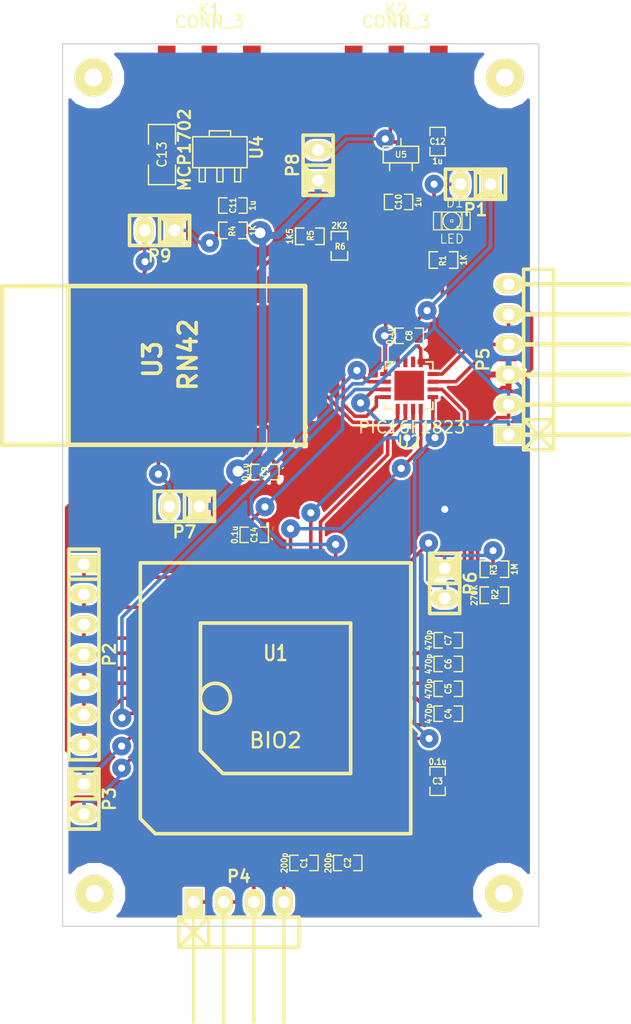
<source format=kicad_pcb>
(kicad_pcb (version 3) (host pcbnew "(2013-mar-13)-testing")
  (layers (15 F.Cu signal) (0 B.Cu signal) (18 B.Paste user) (19 F.Paste user) (20 B.SilkS user) (21 F.SilkS user) (22 B.Mask user) (23 F.Mask user) (28 Edge.Cuts user))
  (net 0 "")
  (net 1 +1.8V)
  (net 2 +3.3V)
  (net 3 /CLKDATA_BIO)
  (net 4 /CLK_REF_BIO)
  (net 5 /DATA_BIO)
  (net 6 /MCLR)
  (net 7 /PGC)
  (net 8 /PGD)
  (net 9 /PIC_RX)
  (net 10 /PIC_TX)
  (net 11 /RESET_BIO)
  (net 12 /STROBE_BIO)
  (net 13 /VOUTN_BIO)
  (net 14 /VOUTP_BIO)
  (net 15 GND)
  (net 16 N-000001)
  (net 17 N-0000010)
  (net 18 N-0000011)
  (net 19 N-0000012)
  (net 20 N-0000013)
  (net 21 N-0000014)
  (net 22 N-0000015)
  (net 23 N-0000016)
  (net 24 N-0000017)
  (net 25 N-0000018)
  (net 26 N-0000019)
  (net 27 N-000002)
  (net 28 N-0000020)
  (net 29 N-0000022)
  (net 30 N-0000023)
  (net 31 N-0000024)
  (net 32 N-0000025)
  (net 33 N-0000026)
  (net 34 N-0000027)
  (net 35 N-0000028)
  (net 36 N-0000029)
  (net 37 N-000003)
  (net 38 N-0000030)
  (net 39 N-0000031)
  (net 40 N-0000032)
  (net 41 N-0000033)
  (net 42 N-0000034)
  (net 43 N-0000035)
  (net 44 N-0000036)
  (net 45 N-0000037)
  (net 46 N-0000038)
  (net 47 N-0000039)
  (net 48 N-0000040)
  (net 49 N-0000041)
  (net 50 N-0000042)
  (net 51 N-0000043)
  (net 52 N-0000044)
  (net 53 N-0000045)
  (net 54 N-0000046)
  (net 55 N-0000047)
  (net 56 N-0000048)
  (net 57 N-0000049)
  (net 58 N-0000050)
  (net 59 N-0000051)
  (net 60 N-0000052)
  (net 61 N-0000053)
  (net 62 N-0000054)
  (net 63 N-0000055)
  (net 64 N-0000056)
  (net 65 N-0000057)
  (net 66 N-0000058)
  (net 67 N-0000059)
  (net 68 N-000006)
  (net 69 N-0000060)
  (net 70 N-0000061)
  (net 71 N-0000062)
  (net 72 N-0000063)
  (net 73 N-0000064)
  (net 74 N-0000065)
  (net 75 N-0000066)
  (net 76 N-0000067)
  (net 77 N-0000068)
  (net 78 N-0000069)
  (net 79 N-000007)
  (net 80 N-0000070)
  (net 81 N-0000071)
  (net 82 N-0000072)
  (net 83 N-0000077)
  (net 84 N-000008)
  (net 85 N-000009)
  (module SM0603_Capa (layer F.Cu) (at 128.4 120.9)
    (fp_text reference C1 (at 0 0 90) (layer F.SilkS) (effects (font (size 0.508 0.4572) (thickness 0.1143))))
    (fp_text value 200p (at -1.651 0 90) (layer F.SilkS) (effects (font (size 0.508 0.4572) (thickness 0.1143))))
    (pad 1 smd rect (at -0.762 0) (size 0.635 1.143) (layers F.Cu F.Paste F.Mask) (net 48 N-0000040))
    (pad 2 smd rect (at 0.762 0) (size 0.635 1.143) (layers F.Cu F.Paste F.Mask) (net 47 N-0000039))
  )
  (module SM0603_Capa (layer F.Cu) (at 132.1 120.9)
    (fp_text reference C2 (at 0 0 90) (layer F.SilkS) (effects (font (size 0.508 0.4572) (thickness 0.1143))))
    (fp_text value 200p (at -1.651 0 90) (layer F.SilkS) (effects (font (size 0.508 0.4572) (thickness 0.1143))))
    (pad 1 smd rect (at -0.762 0) (size 0.635 1.143) (layers F.Cu F.Paste F.Mask) (net 46 N-0000038))
    (pad 2 smd rect (at 0.762 0) (size 0.635 1.143) (layers F.Cu F.Paste F.Mask) (net 45 N-0000037))
  )
  (module SM0603_Capa (layer F.Cu) (at 139.7 114 270)
    (fp_text reference C3 (at 0 0 360) (layer F.SilkS) (effects (font (size 0.508 0.4572) (thickness 0.1143))))
    (fp_text value 0.1u (at -1.651 0 360) (layer F.SilkS) (effects (font (size 0.508 0.4572) (thickness 0.1143))))
    (pad 1 smd rect (at -0.762 0 270) (size 0.635 1.143) (layers F.Cu F.Paste F.Mask) (net 1 +1.8V))
    (pad 2 smd rect (at 0.762 0 270) (size 0.635 1.143) (layers F.Cu F.Paste F.Mask) (net 15 GND))
  )
  (module SM0603_Capa (layer F.Cu) (at 140.6 108.3)
    (fp_text reference C4 (at 0 0 90) (layer F.SilkS) (effects (font (size 0.508 0.4572) (thickness 0.1143))))
    (fp_text value 470p (at -1.651 0 90) (layer F.SilkS) (effects (font (size 0.508 0.4572) (thickness 0.1143))))
    (pad 1 smd rect (at -0.762 0) (size 0.635 1.143) (layers F.Cu F.Paste F.Mask) (net 42 N-0000034))
    (pad 2 smd rect (at 0.762 0) (size 0.635 1.143) (layers F.Cu F.Paste F.Mask) (net 15 GND))
  )
  (module SM0603_Capa (layer F.Cu) (at 140.6 106.2)
    (fp_text reference C5 (at 0 0 90) (layer F.SilkS) (effects (font (size 0.508 0.4572) (thickness 0.1143))))
    (fp_text value 470p (at -1.651 0 90) (layer F.SilkS) (effects (font (size 0.508 0.4572) (thickness 0.1143))))
    (pad 1 smd rect (at -0.762 0) (size 0.635 1.143) (layers F.Cu F.Paste F.Mask) (net 41 N-0000033))
    (pad 2 smd rect (at 0.762 0) (size 0.635 1.143) (layers F.Cu F.Paste F.Mask) (net 15 GND))
  )
  (module SM0603_Capa (layer F.Cu) (at 140.6 104.1)
    (fp_text reference C6 (at 0 0 90) (layer F.SilkS) (effects (font (size 0.508 0.4572) (thickness 0.1143))))
    (fp_text value 470p (at -1.651 0 90) (layer F.SilkS) (effects (font (size 0.508 0.4572) (thickness 0.1143))))
    (pad 1 smd rect (at -0.762 0) (size 0.635 1.143) (layers F.Cu F.Paste F.Mask) (net 40 N-0000032))
    (pad 2 smd rect (at 0.762 0) (size 0.635 1.143) (layers F.Cu F.Paste F.Mask) (net 15 GND))
  )
  (module SM0603_Capa (layer F.Cu) (at 140.6 102.1)
    (fp_text reference C7 (at 0 0 90) (layer F.SilkS) (effects (font (size 0.508 0.4572) (thickness 0.1143))))
    (fp_text value 470p (at -1.651 0 90) (layer F.SilkS) (effects (font (size 0.508 0.4572) (thickness 0.1143))))
    (pad 1 smd rect (at -0.762 0) (size 0.635 1.143) (layers F.Cu F.Paste F.Mask) (net 39 N-0000031))
    (pad 2 smd rect (at 0.762 0) (size 0.635 1.143) (layers F.Cu F.Paste F.Mask) (net 15 GND))
  )
  (module SM0603_Capa (layer F.Cu) (at 137.3 76.4)
    (fp_text reference C8 (at 0 0 90) (layer F.SilkS) (effects (font (size 0.508 0.4572) (thickness 0.1143))))
    (fp_text value 0.1u (at -1.651 0 90) (layer F.SilkS) (effects (font (size 0.508 0.4572) (thickness 0.1143))))
    (pad 1 smd rect (at -0.762 0) (size 0.635 1.143) (layers F.Cu F.Paste F.Mask) (net 1 +1.8V))
    (pad 2 smd rect (at 0.762 0) (size 0.635 1.143) (layers F.Cu F.Paste F.Mask) (net 15 GND))
  )
  (module SM0603_Capa (layer F.Cu) (at 125.1 87.9)
    (fp_text reference C9 (at 0 0 90) (layer F.SilkS) (effects (font (size 0.508 0.4572) (thickness 0.1143))))
    (fp_text value 0.1u (at -1.651 0 90) (layer F.SilkS) (effects (font (size 0.508 0.4572) (thickness 0.1143))))
    (pad 1 smd rect (at -0.762 0) (size 0.635 1.143) (layers F.Cu F.Paste F.Mask) (net 2 +3.3V))
    (pad 2 smd rect (at 0.762 0) (size 0.635 1.143) (layers F.Cu F.Paste F.Mask) (net 15 GND))
  )
  (module SM0603_Capa (layer F.Cu) (at 136.4 65.1 180)
    (fp_text reference C10 (at 0 0 270) (layer F.SilkS) (effects (font (size 0.508 0.4572) (thickness 0.1143))))
    (fp_text value 1u (at -1.651 0 270) (layer F.SilkS) (effects (font (size 0.508 0.4572) (thickness 0.1143))))
    (pad 1 smd rect (at -0.762 0 180) (size 0.635 1.143) (layers F.Cu F.Paste F.Mask) (net 1 +1.8V))
    (pad 2 smd rect (at 0.762 0 180) (size 0.635 1.143) (layers F.Cu F.Paste F.Mask) (net 15 GND))
  )
  (module SM0603_Capa (layer F.Cu) (at 122.4 65.4 180)
    (fp_text reference C11 (at 0 0 270) (layer F.SilkS) (effects (font (size 0.508 0.4572) (thickness 0.1143))))
    (fp_text value 1u (at -1.651 0 270) (layer F.SilkS) (effects (font (size 0.508 0.4572) (thickness 0.1143))))
    (pad 1 smd rect (at -0.762 0 180) (size 0.635 1.143) (layers F.Cu F.Paste F.Mask) (net 2 +3.3V))
    (pad 2 smd rect (at 0.762 0 180) (size 0.635 1.143) (layers F.Cu F.Paste F.Mask) (net 15 GND))
  )
  (module SM0603_Capa (layer F.Cu) (at 139.7 60 90)
    (fp_text reference C12 (at 0 0 180) (layer F.SilkS) (effects (font (size 0.508 0.4572) (thickness 0.1143))))
    (fp_text value 1u (at -1.651 0 180) (layer F.SilkS) (effects (font (size 0.508 0.4572) (thickness 0.1143))))
    (pad 1 smd rect (at -0.762 0 90) (size 0.635 1.143) (layers F.Cu F.Paste F.Mask) (net 19 N-0000012))
    (pad 2 smd rect (at 0.762 0 90) (size 0.635 1.143) (layers F.Cu F.Paste F.Mask) (net 15 GND))
  )
  (module SM1206 (layer F.Cu) (at 116.4 61.1 270)
    (fp_text reference C13 (at 0 0 270) (layer F.SilkS) (effects (font (size 0.762 0.762) (thickness 0.127))))
    (fp_text value 10u hide)
    (pad 1 smd rect (at -1.651 0 270) (size 1.524 2.032) (layers F.Cu F.Paste F.Mask) (net 20 N-0000013))
    (pad 2 smd rect (at 1.651 0 270) (size 1.524 2.032) (layers F.Cu F.Paste F.Mask) (net 15 GND))
  )
  (module LED-1206 (layer F.Cu) (at 140.9 66.7)
    (fp_text reference D1 (at 0.254 -1.524) (layer F.SilkS) (effects (font (size 0.762 0.762) (thickness 0.0889))))
    (fp_text value LED (at 0 1.524) (layer F.SilkS) (effects (font (size 0.762 0.762) (thickness 0.0889))))
    (pad 1 smd rect (at -1.41986 0) (size 1.59766 1.80086) (layers F.Cu F.Paste F.Mask) (net 28 N-0000020))
    (pad 2 smd rect (at 1.41986 0) (size 1.59766 1.80086) (layers F.Cu F.Paste F.Mask) (net 29 N-0000022))
  )
  (module SMA_90S (layer F.Cu) (at 120.4 51.9)
    (fp_text reference K1 (at 0 -3) (layer F.SilkS))
    (fp_text value CONN_3 (at 0 -2) (layer F.SilkS))
    (pad 2 smd rect (at 0 2.5) (size 1.3 5) (layers F.Cu F.Paste F.Mask) (net 20 N-0000013))
    (pad 1 smd rect (at -3.6 2.5) (size 1.5 5) (layers F.Cu F.Paste F.Mask) (net 15 GND))
    (pad 3 smd rect (at 3.6 2.5) (size 1.5 5) (layers F.Cu F.Paste F.Mask) (net 15 GND))
  )
  (module SMA_90S (layer F.Cu) (at 136.2 51.9)
    (fp_text reference K2 (at 0 -3) (layer F.SilkS))
    (fp_text value CONN_3 (at 0 -2) (layer F.SilkS))
    (pad 2 smd rect (at 0 2.5) (size 1.3 5) (layers F.Cu F.Paste F.Mask) (net 19 N-0000012))
    (pad 1 smd rect (at -3.6 2.5) (size 1.5 5) (layers F.Cu F.Paste F.Mask) (net 15 GND))
    (pad 3 smd rect (at 3.6 2.5) (size 1.5 5) (layers F.Cu F.Paste F.Mask) (net 15 GND))
  )
  (module pin_strip_2 (layer F.Cu) (at 142.9 63.6 180)
    (fp_text reference P1 (at 0 -2.159 180) (layer F.SilkS) (effects (font (size 1.016 1.016) (thickness 0.2032))))
    (fp_text value CONN_2 hide)
    (pad 1 thru_hole rect (at -1.27 0 180) (size 1.524 2.19964) (drill 1.00076) (layers *.Cu *.Mask F.SilkS) (net 1 +1.8V))
    (pad 2 thru_hole oval (at 1.27 0 180) (size 1.524 2.19964) (drill 1.00076) (layers *.Cu *.Mask F.SilkS) (net 28 N-0000020))
  )
  (module pin_strip_7 (layer F.Cu) (at 109.8 103.3 270)
    (fp_text reference P2 (at 0 -2.159 270) (layer F.SilkS) (effects (font (size 1.016 1.016) (thickness 0.2032))))
    (fp_text value CONN_7 hide)
    (pad 1 thru_hole rect (at -7.62 0 270) (size 1.524 2.19964) (drill 1.00076) (layers *.Cu *.Mask F.SilkS) (net 68 N-000006))
    (pad 2 thru_hole oval (at -5.08 0 270) (size 1.524 2.19964) (drill 1.00076) (layers *.Cu *.Mask F.SilkS) (net 37 N-000003))
    (pad 3 thru_hole oval (at -2.54 0 270) (size 1.524 2.19964) (drill 1.00076) (layers *.Cu *.Mask F.SilkS) (net 18 N-0000011))
    (pad 4 thru_hole oval (at 0 0 270) (size 1.524 2.19964) (drill 1.00076) (layers *.Cu *.Mask F.SilkS) (net 17 N-0000010))
    (pad 5 thru_hole oval (at 2.54 0 270) (size 1.524 2.19964) (drill 1.00076) (layers *.Cu *.Mask F.SilkS) (net 85 N-000009))
    (pad 6 thru_hole oval (at 5.08 0 270) (size 1.524 2.19964) (drill 1.00076) (layers *.Cu *.Mask F.SilkS) (net 84 N-000008))
    (pad 7 thru_hole oval (at 7.62 0 270) (size 1.524 2.19964) (drill 1.00076) (layers *.Cu *.Mask F.SilkS) (net 79 N-000007))
  )
  (module pin_strip_2 (layer F.Cu) (at 109.8 115.5 270)
    (fp_text reference P3 (at 0 -2.159 270) (layer F.SilkS) (effects (font (size 1.016 1.016) (thickness 0.2032))))
    (fp_text value CONN_2 hide)
    (pad 1 thru_hole rect (at -1.27 0 270) (size 1.524 2.19964) (drill 1.00076) (layers *.Cu *.Mask F.SilkS) (net 27 N-000002))
    (pad 2 thru_hole oval (at 1.27 0 270) (size 1.524 2.19964) (drill 1.00076) (layers *.Cu *.Mask F.SilkS) (net 16 N-000001))
  )
  (module pin_strip_6-90 (layer F.Cu) (at 145.7 78.4 90)
    (fp_text reference P5 (at 0 -2.159 90) (layer F.SilkS) (effects (font (size 1.016 1.016) (thickness 0.2032))))
    (fp_text value CONN_6 hide)
    (pad 1 thru_hole rect (at -6.35 0 90) (size 1.524 2.19964) (drill 1.00076) (layers *.Cu *.Mask F.SilkS) (net 6 /MCLR))
    (pad 2 thru_hole oval (at -3.81 0 90) (size 1.524 2.19964) (drill 1.00076) (layers *.Cu *.Mask F.SilkS) (net 1 +1.8V))
    (pad 3 thru_hole oval (at -1.27 0 90) (size 1.524 2.19964) (drill 1.00076) (layers *.Cu *.Mask F.SilkS) (net 15 GND))
    (pad 4 thru_hole oval (at 1.27 0 90) (size 1.524 2.19964) (drill 1.00076) (layers *.Cu *.Mask F.SilkS) (net 8 /PGD))
    (pad 5 thru_hole oval (at 3.81 0 90) (size 1.524 2.19964) (drill 1.00076) (layers *.Cu *.Mask F.SilkS) (net 7 /PGC))
    (pad 6 thru_hole oval (at 6.35 0 90) (size 1.524 2.19964) (drill 1.00076) (layers *.Cu *.Mask F.SilkS) (net 83 N-0000077))
  )
  (module pin_strip_2 (layer F.Cu) (at 140.3 97.3 270)
    (fp_text reference P6 (at 0 -2.159 270) (layer F.SilkS) (effects (font (size 1.016 1.016) (thickness 0.2032))))
    (fp_text value CONN_2 hide)
    (pad 1 thru_hole rect (at -1.27 0 270) (size 1.524 2.19964) (drill 1.00076) (layers *.Cu *.Mask F.SilkS) (net 36 N-0000029))
    (pad 2 thru_hole oval (at 1.27 0 270) (size 1.524 2.19964) (drill 1.00076) (layers *.Cu *.Mask F.SilkS) (net 31 N-0000024))
  )
  (module pin_strip_2 (layer F.Cu) (at 118.3 90.8 180)
    (fp_text reference P7 (at 0 -2.159 180) (layer F.SilkS) (effects (font (size 1.016 1.016) (thickness 0.2032))))
    (fp_text value CONN_2 hide)
    (pad 1 thru_hole rect (at -1.27 0 180) (size 1.524 2.19964) (drill 1.00076) (layers *.Cu *.Mask F.SilkS) (net 2 +3.3V))
    (pad 2 thru_hole oval (at 1.27 0 180) (size 1.524 2.19964) (drill 1.00076) (layers *.Cu *.Mask F.SilkS) (net 22 N-0000015))
  )
  (module pin_strip_2 (layer F.Cu) (at 129.6 62 90)
    (fp_text reference P8 (at 0 -2.159 90) (layer F.SilkS) (effects (font (size 1.016 1.016) (thickness 0.2032))))
    (fp_text value CONN_2 hide)
    (pad 1 thru_hole rect (at -1.27 0 90) (size 1.524 2.19964) (drill 1.00076) (layers *.Cu *.Mask F.SilkS) (net 2 +3.3V))
    (pad 2 thru_hole oval (at 1.27 0 90) (size 1.524 2.19964) (drill 1.00076) (layers *.Cu *.Mask F.SilkS) (net 19 N-0000012))
  )
  (module pin_strip_2 (layer F.Cu) (at 116.2 67.5 180)
    (fp_text reference P9 (at 0 -2.159 180) (layer F.SilkS) (effects (font (size 1.016 1.016) (thickness 0.2032))))
    (fp_text value CONN_2 hide)
    (pad 1 thru_hole rect (at -1.27 0 180) (size 1.524 2.19964) (drill 1.00076) (layers *.Cu *.Mask F.SilkS) (net 24 N-0000017))
    (pad 2 thru_hole oval (at 1.27 0 180) (size 1.524 2.19964) (drill 1.00076) (layers *.Cu *.Mask F.SilkS) (net 21 N-0000014))
  )
  (module SM0603_Resistor (layer F.Cu) (at 140.2 70 180)
    (fp_text reference R1 (at 0.0635 -0.0635 270) (layer F.SilkS) (effects (font (size 0.50038 0.4572) (thickness 0.1143))))
    (fp_text value 1K (at -1.69926 0 270) (layer F.SilkS) (effects (font (size 0.508 0.4572) (thickness 0.1143))))
    (pad 1 smd rect (at -0.762 0 180) (size 0.635 1.143) (layers F.Cu F.Paste F.Mask) (net 29 N-0000022))
    (pad 2 smd rect (at 0.762 0 180) (size 0.635 1.143) (layers F.Cu F.Paste F.Mask) (net 11 /RESET_BIO))
  )
  (module SM0603_Resistor (layer F.Cu) (at 144.5 98.3)
    (fp_text reference R2 (at 0.0635 -0.0635 90) (layer F.SilkS) (effects (font (size 0.50038 0.4572) (thickness 0.1143))))
    (fp_text value 270K (at -1.69926 0 90) (layer F.SilkS) (effects (font (size 0.508 0.4572) (thickness 0.1143))))
    (pad 1 smd rect (at -0.762 0) (size 0.635 1.143) (layers F.Cu F.Paste F.Mask) (net 1 +1.8V))
    (pad 2 smd rect (at 0.762 0) (size 0.635 1.143) (layers F.Cu F.Paste F.Mask) (net 26 N-0000019))
  )
  (module SM0603_Resistor (layer F.Cu) (at 144.5 96.1 180)
    (fp_text reference R3 (at 0.0635 -0.0635 270) (layer F.SilkS) (effects (font (size 0.50038 0.4572) (thickness 0.1143))))
    (fp_text value 1M (at -1.69926 0 270) (layer F.SilkS) (effects (font (size 0.508 0.4572) (thickness 0.1143))))
    (pad 1 smd rect (at -0.762 0 180) (size 0.635 1.143) (layers F.Cu F.Paste F.Mask) (net 26 N-0000019))
    (pad 2 smd rect (at 0.762 0 180) (size 0.635 1.143) (layers F.Cu F.Paste F.Mask) (net 36 N-0000029))
  )
  (module SM0603_Resistor (layer F.Cu) (at 122.4 67.5 180)
    (fp_text reference R4 (at 0.0635 -0.0635 270) (layer F.SilkS) (effects (font (size 0.50038 0.4572) (thickness 0.1143))))
    (fp_text value 1K (at -1.69926 0 270) (layer F.SilkS) (effects (font (size 0.508 0.4572) (thickness 0.1143))))
    (pad 1 smd rect (at -0.762 0 180) (size 0.635 1.143) (layers F.Cu F.Paste F.Mask) (net 2 +3.3V))
    (pad 2 smd rect (at 0.762 0 180) (size 0.635 1.143) (layers F.Cu F.Paste F.Mask) (net 24 N-0000017))
  )
  (module SM0603_Resistor (layer F.Cu) (at 128.9 68)
    (fp_text reference R5 (at 0.0635 -0.0635 90) (layer F.SilkS) (effects (font (size 0.50038 0.4572) (thickness 0.1143))))
    (fp_text value 1K5 (at -1.69926 0 90) (layer F.SilkS) (effects (font (size 0.508 0.4572) (thickness 0.1143))))
    (pad 1 smd rect (at -0.762 0) (size 0.635 1.143) (layers F.Cu F.Paste F.Mask) (net 25 N-0000018))
    (pad 2 smd rect (at 0.762 0) (size 0.635 1.143) (layers F.Cu F.Paste F.Mask) (net 9 /PIC_RX))
  )
  (module SM0603_Resistor (layer F.Cu) (at 131.4 68.8 270)
    (fp_text reference R6 (at 0.0635 -0.0635 360) (layer F.SilkS) (effects (font (size 0.50038 0.4572) (thickness 0.1143))))
    (fp_text value 2K2 (at -1.69926 0 360) (layer F.SilkS) (effects (font (size 0.508 0.4572) (thickness 0.1143))))
    (pad 1 smd rect (at -0.762 0 270) (size 0.635 1.143) (layers F.Cu F.Paste F.Mask) (net 9 /PIC_RX))
    (pad 2 smd rect (at 0.762 0 270) (size 0.635 1.143) (layers F.Cu F.Paste F.Mask) (net 15 GND))
  )
  (module PLCC44MS (layer F.Cu) (at 126 107)
    (fp_text reference U1 (at 0 -3.80746) (layer F.SilkS) (effects (font (size 1.27 1.016) (thickness 0.2032))))
    (fp_text value BIO2 (at 0 3.556) (layer F.SilkS) (effects (font (size 1.27 1.27) (thickness 0.2032))))
    (pad 1 smd rect (at -8.255 0) (size 2.032 0.762) (layers F.Cu F.Paste F.Mask) (net 79 N-000007))
    (pad 2 smd rect (at -8.255 1.27) (size 2.032 0.762) (layers F.Cu F.Paste F.Mask) (net 4 /CLK_REF_BIO))
    (pad 3 smd rect (at -8.255 2.54) (size 2.032 0.762) (layers F.Cu F.Paste F.Mask) (net 27 N-000002))
    (pad 4 smd rect (at -8.255 3.81) (size 2.032 0.762) (layers F.Cu F.Paste F.Mask) (net 16 N-000001))
    (pad 5 smd rect (at -8.255 5.08) (size 2.032 0.762) (layers F.Cu F.Paste F.Mask) (net 15 GND))
    (pad 6 smd rect (at -8.255 6.35) (size 2.032 0.762) (layers F.Cu F.Paste F.Mask) (net 75 N-0000066))
    (pad 7 smd rect (at -6.35 8.255) (size 0.762 2.032) (layers F.Cu F.Paste F.Mask) (net 74 N-0000065))
    (pad 8 smd rect (at -5.08 8.255) (size 0.762 2.032) (layers F.Cu F.Paste F.Mask) (net 73 N-0000064))
    (pad 9 smd rect (at -3.81 8.255) (size 0.762 2.032) (layers F.Cu F.Paste F.Mask) (net 44 N-0000036))
    (pad 10 smd rect (at -2.54 8.255) (size 0.762 2.032) (layers F.Cu F.Paste F.Mask) (net 43 N-0000035))
    (pad 11 smd rect (at -1.27 8.255) (size 0.762 2.032) (layers F.Cu F.Paste F.Mask) (net 38 N-0000030))
    (pad 12 smd rect (at 0 8.255) (size 0.762 2.032) (layers F.Cu F.Paste F.Mask) (net 30 N-0000023))
    (pad 13 smd rect (at 1.27 8.255) (size 0.762 2.032) (layers F.Cu F.Paste F.Mask) (net 48 N-0000040))
    (pad 14 smd rect (at 2.54 8.255) (size 0.762 2.032) (layers F.Cu F.Paste F.Mask) (net 47 N-0000039))
    (pad 15 smd rect (at 3.81 8.255) (size 0.762 2.032) (layers F.Cu F.Paste F.Mask) (net 46 N-0000038))
    (pad 16 smd rect (at 5.08 8.255) (size 0.762 2.032) (layers F.Cu F.Paste F.Mask) (net 45 N-0000037))
    (pad 17 smd rect (at 6.35 8.255) (size 0.762 2.032) (layers F.Cu F.Paste F.Mask) (net 82 N-0000072))
    (pad 18 smd rect (at 8.255 6.35) (size 2.032 0.762) (layers F.Cu F.Paste F.Mask) (net 81 N-0000071))
    (pad 19 smd rect (at 8.255 5.08) (size 2.032 0.762) (layers F.Cu F.Paste F.Mask) (net 15 GND))
    (pad 20 smd rect (at 8.255 3.81) (size 2.032 0.762) (layers F.Cu F.Paste F.Mask) (net 1 +1.8V))
    (pad 21 smd rect (at 8.255 2.54) (size 2.032 0.762) (layers F.Cu F.Paste F.Mask) (net 13 /VOUTN_BIO))
    (pad 22 smd rect (at 8.255 1.27) (size 2.032 0.762) (layers F.Cu F.Paste F.Mask) (net 14 /VOUTP_BIO))
    (pad 23 smd rect (at 8.255 0) (size 2.032 0.762) (layers F.Cu F.Paste F.Mask) (net 42 N-0000034))
    (pad 24 smd rect (at 8.255 -1.27) (size 2.032 0.762) (layers F.Cu F.Paste F.Mask) (net 41 N-0000033))
    (pad 25 smd rect (at 8.255 -2.54) (size 2.032 0.762) (layers F.Cu F.Paste F.Mask) (net 40 N-0000032))
    (pad 26 smd rect (at 8.255 -3.81) (size 2.032 0.762) (layers F.Cu F.Paste F.Mask) (net 39 N-0000031))
    (pad 27 smd rect (at 8.255 -5.08) (size 2.032 0.762) (layers F.Cu F.Paste F.Mask) (net 31 N-0000024))
    (pad 28 smd rect (at 8.255 -6.35) (size 2.032 0.762) (layers F.Cu F.Paste F.Mask) (net 15 GND))
    (pad 29 smd rect (at 6.35 -8.255) (size 0.762 2.032) (layers F.Cu F.Paste F.Mask) (net 78 N-0000069))
    (pad 30 smd rect (at 5.08 -8.255) (size 0.762 2.032) (layers F.Cu F.Paste F.Mask) (net 11 /RESET_BIO))
    (pad 31 smd rect (at 3.81 -8.255) (size 0.762 2.032) (layers F.Cu F.Paste F.Mask) (net 12 /STROBE_BIO))
    (pad 32 smd rect (at 2.54 -8.255) (size 0.762 2.032) (layers F.Cu F.Paste F.Mask) (net 3 /CLKDATA_BIO))
    (pad 33 smd rect (at 1.27 -8.255) (size 0.762 2.032) (layers F.Cu F.Paste F.Mask) (net 5 /DATA_BIO))
    (pad 34 smd rect (at 0 -8.255) (size 0.762 2.032) (layers F.Cu F.Paste F.Mask) (net 72 N-0000063))
    (pad 35 smd rect (at -1.27 -8.255) (size 0.762 2.032) (layers F.Cu F.Paste F.Mask) (net 15 GND))
    (pad 36 smd rect (at -2.54 -8.255) (size 0.762 2.032) (layers F.Cu F.Paste F.Mask) (net 1 +1.8V))
    (pad 37 smd rect (at -3.81 -8.255) (size 0.762 2.032) (layers F.Cu F.Paste F.Mask) (net 68 N-000006))
    (pad 38 smd rect (at -5.08 -8.255) (size 0.762 2.032) (layers F.Cu F.Paste F.Mask) (net 80 N-0000070))
    (pad 39 smd rect (at -6.35 -8.255) (size 0.762 2.032) (layers F.Cu F.Paste F.Mask) (net 76 N-0000067))
    (pad 40 smd rect (at -8.255 -6.35) (size 2.032 0.762) (layers F.Cu F.Paste F.Mask) (net 37 N-000003))
    (pad 41 smd rect (at -8.255 -5.08) (size 2.032 0.762) (layers F.Cu F.Paste F.Mask) (net 18 N-0000011))
    (pad 42 smd rect (at -8.255 -3.81) (size 2.032 0.762) (layers F.Cu F.Paste F.Mask) (net 17 N-0000010))
    (pad 43 smd rect (at -8.255 -2.54) (size 2.032 0.762) (layers F.Cu F.Paste F.Mask) (net 85 N-000009))
    (pad 44 smd rect (at -8.255 -1.27) (size 2.032 0.762) (layers F.Cu F.Paste F.Mask) (net 84 N-000008))
  )
  (module RN42_LONG_PAD (layer F.Cu) (at 128.5 85.6 90)
    (fp_text reference U3 (at 7.2009 -12.90066 90) (layer F.SilkS) (effects (font (thickness 0.3048))))
    (fp_text value RN42 (at 7.59968 -9.90092 90) (layer F.SilkS) (effects (font (thickness 0.3048))))
    (pad 2 smd rect (at 0.29972 -14.80058 180) (size 0.79756 2.25044) (layers F.Cu F.Paste F.Mask) (net 67 N-0000059))
    (pad 3 smd rect (at 0.29972 -13.59916 180) (size 0.79756 2.25044) (layers F.Cu F.Paste F.Mask) (net 66 N-0000058))
    (pad 4 smd rect (at 0.29972 -12.40028 180) (size 0.79756 2.25044) (layers F.Cu F.Paste F.Mask) (net 22 N-0000015))
    (pad 5 smd rect (at 0.29972 -11.19886 180) (size 0.79756 2.25044) (layers F.Cu F.Paste F.Mask) (net 65 N-0000057))
    (pad 6 smd rect (at 0.29972 -9.99998 180) (size 0.79756 2.25044) (layers F.Cu F.Paste F.Mask) (net 64 N-0000056))
    (pad 7 smd rect (at 0.29972 -8.8011 180) (size 0.79756 2.25044) (layers F.Cu F.Paste F.Mask) (net 63 N-0000055))
    (pad 8 smd rect (at 0.29972 -7.59968 180) (size 0.79756 2.25044) (layers F.Cu F.Paste F.Mask) (net 62 N-0000054))
    (pad 9 smd rect (at 0.29972 -6.4008 180) (size 0.79756 2.25044) (layers F.Cu F.Paste F.Mask) (net 61 N-0000053))
    (pad 10 smd rect (at 0.29972 -5.19938 180) (size 0.79756 2.25044) (layers F.Cu F.Paste F.Mask) (net 60 N-0000052))
    (pad 11 smd rect (at 0.29972 -4.0005 180) (size 0.79756 2.25044) (layers F.Cu F.Paste F.Mask) (net 2 +3.3V))
    (pad 12 smd rect (at 0.29972 -2.79908 180) (size 0.79756 2.25044) (layers F.Cu F.Paste F.Mask) (net 15 GND))
    (pad 13 smd rect (at 13.09878 -2.79908 180) (size 0.79756 2.25044) (layers F.Cu F.Paste F.Mask) (net 10 /PIC_TX))
    (pad 14 smd rect (at 13.09878 -4.0005 180) (size 0.79756 2.25044) (layers F.Cu F.Paste F.Mask) (net 25 N-0000018))
    (pad 15 smd rect (at 13.09878 -5.19938 180) (size 0.79756 2.25044) (layers F.Cu F.Paste F.Mask) (net 23 N-0000016))
    (pad 16 smd rect (at 13.09878 -6.4008 180) (size 0.79756 2.25044) (layers F.Cu F.Paste F.Mask) (net 23 N-0000016))
    (pad 17 smd rect (at 13.09878 -7.59968 180) (size 0.79756 2.25044) (layers F.Cu F.Paste F.Mask) (net 57 N-0000049))
    (pad 18 smd rect (at 13.09878 -8.8011 180) (size 0.79756 2.25044) (layers F.Cu F.Paste F.Mask) (net 71 N-0000062))
    (pad 19 smd rect (at 13.09878 -9.99998 180) (size 0.79756 2.25044) (layers F.Cu F.Paste F.Mask) (net 70 N-0000061))
    (pad 20 smd rect (at 13.09878 -11.19886 180) (size 0.79756 2.25044) (layers F.Cu F.Paste F.Mask) (net 59 N-0000051))
    (pad 21 smd rect (at 13.09878 -12.40028 180) (size 0.79756 2.25044) (layers F.Cu F.Paste F.Mask) (net 56 N-0000048))
    (pad 22 smd rect (at 13.09878 -13.59916 180) (size 0.79756 2.25044) (layers F.Cu F.Paste F.Mask) (net 21 N-0000014))
    (pad 23 smd rect (at 13.09878 -14.80058 180) (size 0.79756 2.25044) (layers F.Cu F.Paste F.Mask) (net 53 N-0000045))
    (pad 24 smd rect (at 13.09878 -15.99946 180) (size 0.79756 2.25044) (layers F.Cu F.Paste F.Mask) (net 51 N-0000043))
    (pad 1 smd rect (at 0.29972 -15.99946 180) (size 0.79756 2.25044) (layers F.Cu F.Paste F.Mask) (net 15 GND))
    (pad 35 smd rect (at 2.60096 -0.29972 90) (size 0.79756 2.25044) (layers F.Cu F.Paste F.Mask) (net 49 N-0000041))
    (pad 29 smd rect (at 3.59918 -0.29972 90) (size 0.79756 2.25044) (layers F.Cu F.Paste F.Mask) (net 15 GND))
    (pad 34 smd rect (at 4.89966 -0.29972 90) (size 0.79756 2.25044) (layers F.Cu F.Paste F.Mask) (net 50 N-0000042))
    (pad 33 smd rect (at 6.10108 -0.29972 90) (size 0.79756 2.25044) (layers F.Cu F.Paste F.Mask) (net 52 N-0000044))
    (pad 32 smd rect (at 7.29996 -0.29972 90) (size 0.79756 2.25044) (layers F.Cu F.Paste F.Mask) (net 54 N-0000046))
    (pad 31 smd rect (at 8.49884 -0.29972 90) (size 0.79756 2.25044) (layers F.Cu F.Paste F.Mask) (net 55 N-0000047))
    (pad 28 smd rect (at 9.79932 -0.29972 90) (size 0.79756 2.25044) (layers F.Cu F.Paste F.Mask) (net 15 GND))
    (pad 30 smd rect (at 10.80008 -0.29972 90) (size 0.79756 2.25044) (layers F.Cu F.Paste F.Mask) (net 58 N-0000050))
    (pad "" smd rect (at 0.8001 -0.39878 180) (size 0.89916 1.79832) (layers F.Cu F.Paste F.Mask))
    (pad "" smd rect (at 0.8001 -19.6977 180) (size 0.89916 1.79578) (layers F.Cu F.Paste F.Mask))
    (pad "" smd rect (at 12.60094 -19.70024 180) (size 0.89916 1.79578) (layers F.Cu F.Paste F.Mask))
    (pad "" smd rect (at 12.60094 -0.39878 180) (size 0.89916 1.79578) (layers F.Cu F.Paste F.Mask))
  )
  (module sot89 (layer F.Cu) (at 121.3 60.9)
    (fp_text reference U4 (at 3.0988 -0.39878 90) (layer F.SilkS) (effects (font (size 1.00076 1.00076) (thickness 0.20066))))
    (fp_text value MCP1702 (at -2.99974 -0.20066 90) (layer F.SilkS) (effects (font (size 1.00076 1.00076) (thickness 0.20066))))
    (pad 1 smd rect (at -1.50114 1.89992) (size 0.70104 1.6002) (layers F.Cu F.Paste F.Mask) (net 15 GND))
    (pad 2 smd rect (at 0 1.651) (size 0.70104 2.10058) (layers F.Cu F.Paste F.Mask) (net 20 N-0000013))
    (pad 3 smd rect (at 1.50114 1.89992) (size 0.70104 1.6002) (layers F.Cu F.Paste F.Mask) (net 2 +3.3V))
    (pad 2 smd rect (at 0 -0.7493) (size 1.99898 2.75082) (layers F.Cu F.Paste F.Mask) (net 20 N-0000013))
  )
  (module sot23 (layer F.Cu) (at 136.6 61.1)
    (fp_text reference U5 (at 0 0) (layer F.SilkS) (effects (font (size 0.50038 0.50038) (thickness 0.09906))))
    (fp_text value MCP1702 hide)
    (pad 1 smd rect (at -0.9525 1.05664) (size 0.59944 1.00076) (layers F.Cu F.Paste F.Mask) (net 15 GND))
    (pad 2 smd rect (at 0 -1.05664) (size 0.59944 1.00076) (layers F.Cu F.Paste F.Mask) (net 19 N-0000012))
    (pad 3 smd rect (at 0.9525 1.05664) (size 0.59944 1.00076) (layers F.Cu F.Paste F.Mask) (net 1 +1.8V))
  )
  (module pin_strip_4-90 (layer F.Cu) (at 122.9 124.2)
    (fp_text reference P4 (at 0 -2.159) (layer F.SilkS) (effects (font (size 1.016 1.016) (thickness 0.2032))))
    (fp_text value CONN_4 hide)
    (pad 1 thru_hole rect (at -3.81 0) (size 1.524 2.19964) (drill 1.00076) (layers *.Cu *.Mask F.SilkS) (net 44 N-0000036))
    (pad 2 thru_hole oval (at -1.27 0) (size 1.524 2.19964) (drill 1.00076) (layers *.Cu *.Mask F.SilkS) (net 43 N-0000035))
    (pad 3 thru_hole oval (at 1.27 0) (size 1.524 2.19964) (drill 1.00076) (layers *.Cu *.Mask F.SilkS) (net 38 N-0000030))
    (pad 4 thru_hole oval (at 3.81 0) (size 1.524 2.19964) (drill 1.00076) (layers *.Cu *.Mask F.SilkS) (net 30 N-0000023))
  )
  (module Mhole (layer F.Cu) (at 145.4 54.6)
    (fp_text reference P10 hide)
    (fp_text value CONN_1 hide)
    (pad 1 thru_hole circle (at 0 0) (size 3.2004 3.2004) (drill 1.5) (layers *.Cu *.Mask F.SilkS) (net 35 N-0000028) (clearance 1.00076))
  )
  (module Mhole (layer F.Cu) (at 110.7 123.5)
    (fp_text reference P11 hide)
    (fp_text value CONN_1 hide)
    (pad 1 thru_hole circle (at 0 0) (size 3.2004 3.2004) (drill 1.5) (layers *.Cu *.Mask F.SilkS) (net 34 N-0000027) (clearance 1.00076))
  )
  (module Mhole (layer F.Cu) (at 145.3 123.5)
    (fp_text reference P12 hide)
    (fp_text value CONN_1 hide)
    (pad 1 thru_hole circle (at 0 0) (size 3.2004 3.2004) (drill 1.5) (layers *.Cu *.Mask F.SilkS) (net 33 N-0000026) (clearance 1.00076))
  )
  (module Mhole (layer F.Cu) (at 110.6 54.6)
    (fp_text reference P13 hide)
    (fp_text value CONN_1 hide)
    (pad 1 thru_hole circle (at 0 0) (size 3.2004 3.2004) (drill 1.5) (layers *.Cu *.Mask F.SilkS) (net 32 N-0000025) (clearance 1.00076))
  )
  (module SM0603_Capa (layer F.Cu) (at 124.2 93.2)
    (fp_text reference C14 (at 0 0 90) (layer F.SilkS) (effects (font (size 0.508 0.4572) (thickness 0.1143))))
    (fp_text value 0.1u (at -1.651 0 90) (layer F.SilkS) (effects (font (size 0.508 0.4572) (thickness 0.1143))))
    (pad 1 smd rect (at -0.762 0) (size 0.635 1.143) (layers F.Cu F.Paste F.Mask) (net 1 +1.8V))
    (pad 2 smd rect (at 0.762 0) (size 0.635 1.143) (layers F.Cu F.Paste F.Mask) (net 15 GND))
  )
  (module QFN16_MCP (layer F.Cu) (at 137.3 80.6)
    (fp_text reference U2 (at 0 4.75) (layer F.SilkS))
    (fp_text value PIC16F1823 (at 0.225 3.525) (layer F.SilkS))
    (pad 2 smd rect (at -2 -0.325) (size 0.9 0.35) (layers F.Cu F.Paste F.Mask) (net 4 /CLK_REF_BIO))
    (pad 3 smd rect (at -2 0.325) (size 0.9 0.35) (layers F.Cu F.Paste F.Mask) (net 6 /MCLR))
    (pad 1 smd rect (at -2 -0.975) (size 0.9 0.35) (layers F.Cu F.Paste F.Mask) (net 11 /RESET_BIO))
    (pad 4 smd rect (at -2 0.975) (size 0.9 0.35) (layers F.Cu F.Paste F.Mask) (net 9 /PIC_RX))
    (pad 6 smd rect (at -0.325 2 90) (size 0.9 0.35) (layers F.Cu F.Paste F.Mask) (net 12 /STROBE_BIO))
    (pad 5 smd rect (at -0.975 2 90) (size 0.9 0.35) (layers F.Cu F.Paste F.Mask) (net 10 /PIC_TX))
    (pad 7 smd rect (at 0.325 2 90) (size 0.9 0.35) (layers F.Cu F.Paste F.Mask) (net 3 /CLKDATA_BIO))
    (pad 8 smd rect (at 0.975 2 90) (size 0.9 0.35) (layers F.Cu F.Paste F.Mask) (net 5 /DATA_BIO))
    (pad 9 smd rect (at 2 0.975) (size 0.9 0.35) (layers F.Cu F.Paste F.Mask) (net 13 /VOUTN_BIO))
    (pad 10 smd rect (at 2 0.325) (size 0.9 0.35) (layers F.Cu F.Paste F.Mask) (net 14 /VOUTP_BIO))
    (pad 11 smd rect (at 2 -0.325) (size 0.9 0.35) (layers F.Cu F.Paste F.Mask) (net 7 /PGC))
    (pad 12 smd rect (at 2 -0.975) (size 0.9 0.35) (layers F.Cu F.Paste F.Mask) (net 8 /PGD))
    (pad 13 smd rect (at 0.975 -2 90) (size 0.9 0.35) (layers F.Cu F.Paste F.Mask) (net 15 GND))
    (pad 14 smd rect (at 0.325 -2 90) (size 0.9 0.35) (layers F.Cu F.Paste F.Mask) (net 77 N-0000068))
    (pad 15 smd rect (at -0.325 -2 90) (size 0.9 0.35) (layers F.Cu F.Paste F.Mask) (net 69 N-0000060))
    (pad 16 smd rect (at -0.975 -2 90) (size 0.9 0.35) (layers F.Cu F.Paste F.Mask) (net 1 +1.8V))
    (pad "" smd rect (at 0 0 90) (size 2.5 2.5) (layers F.Cu F.Paste F.Mask))
  )
  (gr_line (start 148.25 126.25) (end 108 126.25) (angle 90) (layer Edge.Cuts) (width 0.1))
  (gr_line (start 148.25 51.75) (end 148.25 126.25) (angle 90) (layer Edge.Cuts) (width 0.1))
  (gr_line (start 108 51.75) (end 148.25 51.75) (angle 90) (layer Edge.Cuts) (width 0.1))
  (gr_line (start 108 126.25) (end 108 51.75) (angle 90) (layer Edge.Cuts) (width 0.1))
  (via (at 125.1057 90.8389) (size 1.6) (layers F.Cu B.Cu) (net 1))
  (via (at 138.8115 74.2677) (size 1.6) (layers F.Cu B.Cu) (net 1))
  (segment (start 145.7 82.7561) (end 145.7 82.3018) (width 0.3) (layer F.Cu) (net 1))
  (segment (start 145.7 82.7561) (end 145.7 83.3023) (width 0.3) (layer F.Cu) (net 1))
  (segment (start 145.7 82.21) (end 145.7 82.3018) (width 0.3) (layer F.Cu) (net 1))
  (segment (start 136.538 76.4) (end 137.1858 76.4) (width 0.3) (layer F.Cu) (net 1))
  (segment (start 143.0902 84.9614) (end 143.0902 98.3) (width 0.3) (layer F.Cu) (net 1))
  (segment (start 144.7493 83.3023) (end 143.0902 84.9614) (width 0.3) (layer F.Cu) (net 1))
  (segment (start 145.7 83.3023) (end 144.7493 83.3023) (width 0.3) (layer F.Cu) (net 1))
  (segment (start 123.46 94.1238) (end 123.46 98.745) (width 0.3) (layer F.Cu) (net 1))
  (segment (start 123.438 94.1018) (end 123.46 94.1238) (width 0.3) (layer F.Cu) (net 1))
  (segment (start 136.538 77.6067) (end 136.538 76.4) (width 0.3) (layer F.Cu) (net 1))
  (segment (start 136.325 77.8197) (end 136.538 77.6067) (width 0.3) (layer F.Cu) (net 1))
  (segment (start 136.325 78.6) (end 136.325 77.8197) (width 0.3) (layer F.Cu) (net 1))
  (segment (start 143.5342 98.3) (end 143.0902 98.3) (width 0.3) (layer F.Cu) (net 1))
  (segment (start 143.5342 98.3) (end 143.5707 98.3) (width 0.3) (layer F.Cu) (net 1))
  (segment (start 143.738 98.3) (end 143.5707 98.3) (width 0.3) (layer F.Cu) (net 1))
  (segment (start 139.7 113.238) (end 139.7 112.5902) (width 0.3) (layer F.Cu) (net 1))
  (segment (start 137.3815 112.5902) (end 139.7 112.5902) (width 0.3) (layer F.Cu) (net 1))
  (segment (start 135.6013 110.81) (end 137.3815 112.5902) (width 0.3) (layer F.Cu) (net 1))
  (segment (start 134.255 110.81) (end 135.6013 110.81) (width 0.3) (layer F.Cu) (net 1))
  (segment (start 145.7 82.21) (end 145.7 81.1177) (width 0.3) (layer B.Cu) (net 1))
  (segment (start 123.438 93.6509) (end 123.438 94.1018) (width 0.3) (layer F.Cu) (net 1))
  (segment (start 123.438 93.6509) (end 123.438 93.2) (width 0.3) (layer F.Cu) (net 1))
  (segment (start 123.6464 92.2982) (end 123.438 92.2982) (width 0.3) (layer F.Cu) (net 1))
  (segment (start 125.1057 90.8389) (end 123.6464 92.2982) (width 0.3) (layer F.Cu) (net 1))
  (segment (start 123.438 93.2) (end 123.438 92.2982) (width 0.3) (layer F.Cu) (net 1))
  (segment (start 143.5707 108.7195) (end 139.7 112.5902) (width 0.3) (layer F.Cu) (net 1))
  (segment (start 143.5707 98.3) (end 143.5707 108.7195) (width 0.3) (layer F.Cu) (net 1))
  (segment (start 137.1858 75.8934) (end 138.8115 74.2677) (width 0.3) (layer F.Cu) (net 1))
  (segment (start 137.1858 76.4) (end 137.1858 75.8934) (width 0.3) (layer F.Cu) (net 1))
  (segment (start 144.17 68.9092) (end 138.8115 74.2677) (width 0.3) (layer B.Cu) (net 1))
  (segment (start 144.17 63.6) (end 144.17 68.9092) (width 0.3) (layer B.Cu) (net 1))
  (segment (start 140.1044 72.9748) (end 138.8115 74.2677) (width 0.3) (layer F.Cu) (net 1))
  (segment (start 140.1044 69.2485) (end 140.1044 72.9748) (width 0.3) (layer F.Cu) (net 1))
  (segment (start 139.1677 68.3118) (end 140.1044 69.2485) (width 0.3) (layer F.Cu) (net 1))
  (segment (start 138.856 68.3118) (end 139.1677 68.3118) (width 0.3) (layer F.Cu) (net 1))
  (segment (start 137.162 66.6178) (end 138.856 68.3118) (width 0.3) (layer F.Cu) (net 1))
  (segment (start 137.162 65.1) (end 137.162 66.6178) (width 0.3) (layer F.Cu) (net 1))
  (segment (start 137.5525 63.8077) (end 137.5525 62.1566) (width 0.3) (layer F.Cu) (net 1))
  (segment (start 137.162 64.1982) (end 137.5525 63.8077) (width 0.3) (layer F.Cu) (net 1))
  (segment (start 137.162 65.1) (end 137.162 64.1982) (width 0.3) (layer F.Cu) (net 1))
  (segment (start 144.8393 81.1177) (end 145.7 81.1177) (width 0.3) (layer B.Cu) (net 1))
  (segment (start 139.425 75.7034) (end 144.8393 81.1177) (width 0.3) (layer B.Cu) (net 1))
  (segment (start 139.425 74.8812) (end 138.8115 74.2677) (width 0.3) (layer B.Cu) (net 1))
  (segment (start 139.425 75.7034) (end 139.425 74.8812) (width 0.3) (layer B.Cu) (net 1))
  (segment (start 131.6655 84.2791) (end 125.1057 90.8389) (width 0.3) (layer B.Cu) (net 1))
  (segment (start 131.6655 81.9867) (end 131.6655 84.2791) (width 0.3) (layer B.Cu) (net 1))
  (segment (start 132.7226 80.9296) (end 131.6655 81.9867) (width 0.3) (layer B.Cu) (net 1))
  (segment (start 134.1988 80.9296) (end 132.7226 80.9296) (width 0.3) (layer B.Cu) (net 1))
  (segment (start 139.425 75.7034) (end 134.1988 80.9296) (width 0.3) (layer B.Cu) (net 1))
  (via (at 124.7042 67.7106) (size 2) (layers F.Cu B.Cu) (net 2))
  (via (at 122.822 87.8327) (size 2) (layers F.Cu B.Cu) (net 2))
  (segment (start 123.069 64.3482) (end 123.162 64.3482) (width 0.6) (layer F.Cu) (net 2))
  (segment (start 122.8011 64.0803) (end 123.069 64.3482) (width 0.6) (layer F.Cu) (net 2))
  (segment (start 122.8011 62.7999) (end 122.8011 64.0803) (width 0.6) (layer F.Cu) (net 2))
  (segment (start 123.162 65.4) (end 123.162 64.3482) (width 0.6) (layer F.Cu) (net 2))
  (segment (start 124.338 87.0673) (end 124.4995 86.9058) (width 0.6) (layer F.Cu) (net 2))
  (segment (start 124.338 87.6287) (end 124.338 87.0673) (width 0.6) (layer F.Cu) (net 2))
  (segment (start 124.4995 85.3003) (end 124.4995 86.9058) (width 0.6) (layer F.Cu) (net 2))
  (segment (start 129.6 63.27) (end 129.6 64.5123) (width 0.6) (layer B.Cu) (net 2))
  (segment (start 123.162 65.4) (end 123.162 67.5) (width 0.6) (layer F.Cu) (net 2))
  (segment (start 124.4936 67.5) (end 124.7042 67.7106) (width 0.6) (layer F.Cu) (net 2))
  (segment (start 123.162 67.5) (end 124.4936 67.5) (width 0.6) (layer F.Cu) (net 2))
  (segment (start 124.7042 67.7106) (end 124.9164 67.9228) (width 0.6) (layer B.Cu) (net 2))
  (segment (start 126.1895 67.9228) (end 129.6 64.5123) (width 0.6) (layer B.Cu) (net 2))
  (segment (start 124.9164 67.9228) (end 126.1895 67.9228) (width 0.6) (layer B.Cu) (net 2))
  (segment (start 119.57 90.8) (end 120.8123 90.8) (width 0.6) (layer B.Cu) (net 2))
  (segment (start 124.338 87.9) (end 124.338 87.7643) (width 0.6) (layer F.Cu) (net 2))
  (segment (start 124.338 87.7643) (end 124.338 87.6287) (width 0.6) (layer F.Cu) (net 2))
  (segment (start 122.822 88.7903) (end 122.822 87.8327) (width 0.6) (layer B.Cu) (net 2))
  (segment (start 120.8123 90.8) (end 122.822 88.7903) (width 0.6) (layer B.Cu) (net 2))
  (segment (start 122.8904 87.7643) (end 122.822 87.8327) (width 0.6) (layer F.Cu) (net 2))
  (segment (start 124.338 87.7643) (end 122.8904 87.7643) (width 0.6) (layer F.Cu) (net 2))
  (segment (start 124.9164 85.7383) (end 122.822 87.8327) (width 0.6) (layer B.Cu) (net 2))
  (segment (start 124.9164 67.9228) (end 124.9164 85.7383) (width 0.6) (layer B.Cu) (net 2))
  (via (at 137.1116 85.0091) (size 1.6) (layers F.Cu B.Cu) (net 3))
  (via (at 128.9831 91.3399) (size 1.6) (layers F.Cu B.Cu) (net 3))
  (segment (start 128.9831 96.9556) (end 128.54 97.3987) (width 0.3) (layer F.Cu) (net 3))
  (segment (start 128.9831 91.3399) (end 128.9831 96.9556) (width 0.3) (layer F.Cu) (net 3))
  (segment (start 128.54 98.745) (end 128.54 97.3987) (width 0.3) (layer F.Cu) (net 3))
  (segment (start 135.3139 85.0091) (end 137.1116 85.0091) (width 0.3) (layer B.Cu) (net 3))
  (segment (start 128.9831 91.3399) (end 135.3139 85.0091) (width 0.3) (layer B.Cu) (net 3))
  (segment (start 137.625 84.4957) (end 137.1116 85.0091) (width 0.3) (layer F.Cu) (net 3))
  (segment (start 137.625 82.6) (end 137.625 84.4957) (width 0.3) (layer F.Cu) (net 3))
  (via (at 132.8806 79.3189) (size 1.6) (layers F.Cu B.Cu) (net 4))
  (via (at 113.0192 108.6464) (size 1.6) (layers F.Cu B.Cu) (net 4))
  (segment (start 117.745 108.27) (end 116.3987 108.27) (width 0.3) (layer F.Cu) (net 4))
  (segment (start 113.3956 108.27) (end 113.0192 108.6464) (width 0.3) (layer F.Cu) (net 4))
  (segment (start 116.3987 108.27) (end 113.3956 108.27) (width 0.3) (layer F.Cu) (net 4))
  (segment (start 133.8367 80.275) (end 132.8806 79.3189) (width 0.3) (layer F.Cu) (net 4))
  (segment (start 135.3 80.275) (end 133.8367 80.275) (width 0.3) (layer F.Cu) (net 4))
  (segment (start 113.0192 100.1729) (end 113.0192 108.6464) (width 0.3) (layer B.Cu) (net 4))
  (segment (start 130.7049 82.4872) (end 113.0192 100.1729) (width 0.3) (layer B.Cu) (net 4))
  (segment (start 130.7049 81.4946) (end 130.7049 82.4872) (width 0.3) (layer B.Cu) (net 4))
  (segment (start 132.8806 79.3189) (end 130.7049 81.4946) (width 0.3) (layer B.Cu) (net 4))
  (via (at 136.627 87.5926) (size 1.6) (layers F.Cu B.Cu) (net 5))
  (via (at 127.27 92.6842) (size 1.6) (layers F.Cu B.Cu) (net 5))
  (segment (start 127.27 98.745) (end 127.27 92.6842) (width 0.3) (layer F.Cu) (net 5))
  (segment (start 131.5354 92.6842) (end 136.627 87.5926) (width 0.3) (layer B.Cu) (net 5))
  (segment (start 127.27 92.6842) (end 131.5354 92.6842) (width 0.3) (layer B.Cu) (net 5))
  (segment (start 138.275 85.9446) (end 136.627 87.5926) (width 0.3) (layer F.Cu) (net 5))
  (segment (start 138.275 82.6) (end 138.275 85.9446) (width 0.3) (layer F.Cu) (net 5))
  (via (at 133.1907 82.0599) (size 1.6) (layers F.Cu B.Cu) (net 6))
  (segment (start 135.3 80.925) (end 134.5197 80.925) (width 0.3) (layer F.Cu) (net 6))
  (segment (start 145.7 84.75) (end 145.7 83.6577) (width 0.3) (layer B.Cu) (net 6))
  (segment (start 134.7885 83.6577) (end 133.1907 82.0599) (width 0.3) (layer B.Cu) (net 6))
  (segment (start 145.7 83.6577) (end 134.7885 83.6577) (width 0.3) (layer B.Cu) (net 6))
  (segment (start 134.3256 80.925) (end 133.1907 82.0599) (width 0.3) (layer F.Cu) (net 6))
  (segment (start 134.5197 80.925) (end 134.3256 80.925) (width 0.3) (layer F.Cu) (net 6))
  (segment (start 141.2379 80.275) (end 139.3 80.275) (width 0.3) (layer F.Cu) (net 7))
  (segment (start 143.1129 78.4) (end 141.2379 80.275) (width 0.3) (layer F.Cu) (net 7))
  (segment (start 146.3141 78.4) (end 143.1129 78.4) (width 0.3) (layer F.Cu) (net 7))
  (segment (start 147.1375 77.5766) (end 146.3141 78.4) (width 0.3) (layer F.Cu) (net 7))
  (segment (start 147.1375 76.5737) (end 147.1375 77.5766) (width 0.3) (layer F.Cu) (net 7))
  (segment (start 146.2461 75.6823) (end 147.1375 76.5737) (width 0.3) (layer F.Cu) (net 7))
  (segment (start 145.7 75.6823) (end 146.2461 75.6823) (width 0.3) (layer F.Cu) (net 7))
  (segment (start 145.7 74.59) (end 145.7 75.6823) (width 0.3) (layer F.Cu) (net 7))
  (segment (start 142.5753 77.13) (end 145.7 77.13) (width 0.3) (layer F.Cu) (net 8))
  (segment (start 140.0803 79.625) (end 142.5753 77.13) (width 0.3) (layer F.Cu) (net 8))
  (segment (start 139.3 79.625) (end 140.0803 79.625) (width 0.3) (layer F.Cu) (net 8))
  (segment (start 129.662 68) (end 130.3098 68) (width 0.3) (layer F.Cu) (net 9))
  (segment (start 130.3478 68.038) (end 131.4 68.038) (width 0.3) (layer F.Cu) (net 9))
  (segment (start 130.3098 68) (end 130.3478 68.038) (width 0.3) (layer F.Cu) (net 9))
  (segment (start 131.4 68.038) (end 131.4 68.6858) (width 0.3) (layer F.Cu) (net 9))
  (segment (start 135.3 81.575) (end 134.5197 81.575) (width 0.3) (layer F.Cu) (net 9))
  (segment (start 131.8858 68.6858) (end 131.4 68.6858) (width 0.3) (layer F.Cu) (net 9))
  (segment (start 132.3019 69.1019) (end 131.8858 68.6858) (width 0.3) (layer F.Cu) (net 9))
  (segment (start 132.3019 78.2992) (end 132.3019 69.1019) (width 0.3) (layer F.Cu) (net 9))
  (segment (start 131.7237 78.8774) (end 132.3019 78.2992) (width 0.3) (layer F.Cu) (net 9))
  (segment (start 131.7237 82.193) (end 131.7237 78.8774) (width 0.3) (layer F.Cu) (net 9))
  (segment (start 132.721 83.1903) (end 131.7237 82.193) (width 0.3) (layer F.Cu) (net 9))
  (segment (start 133.6802 83.1903) (end 132.721 83.1903) (width 0.3) (layer F.Cu) (net 9))
  (segment (start 134.5197 82.3508) (end 133.6802 83.1903) (width 0.3) (layer F.Cu) (net 9))
  (segment (start 134.5197 81.575) (end 134.5197 82.3508) (width 0.3) (layer F.Cu) (net 9))
  (segment (start 127.9815 71.0457) (end 125.7009 71.0457) (width 0.3) (layer F.Cu) (net 10))
  (segment (start 129.6558 72.72) (end 127.9815 71.0457) (width 0.3) (layer F.Cu) (net 10))
  (segment (start 129.6558 80.8158) (end 129.6558 72.72) (width 0.3) (layer F.Cu) (net 10))
  (segment (start 132.5426 83.7026) (end 129.6558 80.8158) (width 0.3) (layer F.Cu) (net 10))
  (segment (start 136.0027 83.7026) (end 132.5426 83.7026) (width 0.3) (layer F.Cu) (net 10))
  (segment (start 136.325 83.3803) (end 136.0027 83.7026) (width 0.3) (layer F.Cu) (net 10))
  (segment (start 136.325 82.6) (end 136.325 83.3803) (width 0.3) (layer F.Cu) (net 10))
  (segment (start 125.7009 72.5012) (end 125.7009 71.0457) (width 0.3) (layer F.Cu) (net 10))
  (via (at 135.2165 76.3998) (size 1.6) (layers F.Cu B.Cu) (net 11))
  (via (at 131.08 94.0111) (size 1.6) (layers F.Cu B.Cu) (net 11))
  (segment (start 139.438 70) (end 138.7902 70) (width 0.3) (layer F.Cu) (net 11))
  (segment (start 131.08 98.745) (end 131.08 94.0111) (width 0.3) (layer F.Cu) (net 11))
  (segment (start 135.3 76.3998) (end 135.2165 76.3998) (width 0.3) (layer F.Cu) (net 11))
  (segment (start 135.3 73.4902) (end 135.3 76.3998) (width 0.3) (layer F.Cu) (net 11))
  (segment (start 138.7902 70) (end 135.3 73.4902) (width 0.3) (layer F.Cu) (net 11))
  (segment (start 135.3 76.3998) (end 135.3 79.625) (width 0.3) (layer F.Cu) (net 11))
  (segment (start 126.5928 94.0111) (end 131.08 94.0111) (width 0.3) (layer B.Cu) (net 11))
  (segment (start 123.9635 91.3818) (end 126.5928 94.0111) (width 0.3) (layer B.Cu) (net 11))
  (segment (start 123.9635 89.9747) (end 123.9635 91.3818) (width 0.3) (layer B.Cu) (net 11))
  (segment (start 131.1852 82.753) (end 123.9635 89.9747) (width 0.3) (layer B.Cu) (net 11))
  (segment (start 131.1852 81.7878) (end 131.1852 82.753) (width 0.3) (layer B.Cu) (net 11))
  (segment (start 132.5237 80.4493) (end 131.1852 81.7878) (width 0.3) (layer B.Cu) (net 11))
  (segment (start 133.3576 80.4493) (end 132.5237 80.4493) (width 0.3) (layer B.Cu) (net 11))
  (segment (start 135.2165 78.5904) (end 133.3576 80.4493) (width 0.3) (layer B.Cu) (net 11))
  (segment (start 135.2165 76.3998) (end 135.2165 78.5904) (width 0.3) (layer B.Cu) (net 11))
  (segment (start 136.975 83.4581) (end 136.975 82.6) (width 0.3) (layer F.Cu) (net 12))
  (segment (start 135.4804 84.9527) (end 136.975 83.4581) (width 0.3) (layer F.Cu) (net 12))
  (segment (start 135.4804 86.4411) (end 135.4804 84.9527) (width 0.3) (layer F.Cu) (net 12))
  (segment (start 129.81 92.1115) (end 135.4804 86.4411) (width 0.3) (layer F.Cu) (net 12))
  (segment (start 129.81 98.745) (end 129.81 92.1115) (width 0.3) (layer F.Cu) (net 12))
  (via (at 139.4792 84.9988) (size 1.6) (layers F.Cu B.Cu) (net 13))
  (via (at 138.9833 110.396) (size 1.6) (layers F.Cu B.Cu) (net 13))
  (segment (start 134.255 109.54) (end 135.6013 109.54) (width 0.3) (layer F.Cu) (net 13))
  (segment (start 136.4573 110.396) (end 135.6013 109.54) (width 0.3) (layer F.Cu) (net 13))
  (segment (start 138.9833 110.396) (end 136.4573 110.396) (width 0.3) (layer F.Cu) (net 13))
  (segment (start 137.7621 86.7159) (end 139.4792 84.9988) (width 0.3) (layer B.Cu) (net 13))
  (segment (start 137.7621 109.1748) (end 137.7621 86.7159) (width 0.3) (layer B.Cu) (net 13))
  (segment (start 138.9833 110.396) (end 137.7621 109.1748) (width 0.3) (layer B.Cu) (net 13))
  (segment (start 139.3 84.8196) (end 139.4792 84.9988) (width 0.3) (layer F.Cu) (net 13))
  (segment (start 139.3 81.575) (end 139.3 84.8196) (width 0.3) (layer F.Cu) (net 13))
  (segment (start 136.8506 108.27) (end 134.255 108.27) (width 0.3) (layer F.Cu) (net 14))
  (segment (start 137.8127 109.2321) (end 136.8506 108.27) (width 0.3) (layer F.Cu) (net 14))
  (segment (start 140.3032 109.2321) (end 137.8127 109.2321) (width 0.3) (layer F.Cu) (net 14))
  (segment (start 140.7141 108.8212) (end 140.3032 109.2321) (width 0.3) (layer F.Cu) (net 14))
  (segment (start 140.7141 101.1773) (end 140.7141 108.8212) (width 0.3) (layer F.Cu) (net 14))
  (segment (start 141.9628 99.9286) (end 140.7141 101.1773) (width 0.3) (layer F.Cu) (net 14))
  (segment (start 141.9628 82.8075) (end 141.9628 99.9286) (width 0.3) (layer F.Cu) (net 14))
  (segment (start 140.0803 80.925) (end 141.9628 82.8075) (width 0.3) (layer F.Cu) (net 14))
  (segment (start 139.3 80.925) (end 140.0803 80.925) (width 0.3) (layer F.Cu) (net 14))
  (via (at 140.3073 91.0484) (size 1.6) (layers F.Cu B.Cu) (net 15))
  (segment (start 135.6475 62.1566) (end 135.6475 62.9873) (width 0.3) (layer F.Cu) (net 15))
  (segment (start 120.9902 65.1216) (end 120.9902 65.4) (width 0.3) (layer F.Cu) (net 15))
  (segment (start 119.7989 63.9303) (end 120.9902 65.1216) (width 0.3) (layer F.Cu) (net 15))
  (segment (start 125.862 87.9) (end 125.862 86.9982) (width 0.3) (layer F.Cu) (net 15))
  (segment (start 141.362 104.0251) (end 141.4369 104.1) (width 0.3) (layer F.Cu) (net 15))
  (segment (start 141.362 102.1) (end 141.362 104.0251) (width 0.3) (layer F.Cu) (net 15))
  (segment (start 141.362 104.1) (end 141.3995 104.1) (width 0.3) (layer F.Cu) (net 15))
  (segment (start 141.3995 104.1) (end 141.4369 104.1) (width 0.3) (layer F.Cu) (net 15))
  (segment (start 141.362 104.1375) (end 141.362 106.2) (width 0.3) (layer F.Cu) (net 15))
  (segment (start 141.3995 104.1) (end 141.362 104.1375) (width 0.3) (layer F.Cu) (net 15))
  (segment (start 141.362 106.2) (end 141.362 108.3) (width 0.3) (layer F.Cu) (net 15))
  (segment (start 124.962 93.2) (end 125.6098 93.2) (width 0.3) (layer F.Cu) (net 15))
  (segment (start 121.3141 65.4) (end 120.9902 65.4) (width 0.3) (layer F.Cu) (net 15))
  (segment (start 124.73 94.3338) (end 124.962 94.1018) (width 0.3) (layer F.Cu) (net 15))
  (segment (start 124.73 98.745) (end 124.73 94.3338) (width 0.3) (layer F.Cu) (net 15))
  (segment (start 124.962 93.2) (end 124.962 94.1018) (width 0.3) (layer F.Cu) (net 15))
  (segment (start 124 54.4) (end 132.6 54.4) (width 0.3) (layer F.Cu) (net 15))
  (segment (start 138.275 77.5148) (end 138.062 77.3018) (width 0.3) (layer F.Cu) (net 15))
  (segment (start 138.275 78.6) (end 138.275 77.5148) (width 0.3) (layer F.Cu) (net 15))
  (segment (start 138.062 76.8509) (end 138.062 77.3018) (width 0.3) (layer F.Cu) (net 15))
  (segment (start 125.7009 86.8371) (end 125.7009 85.3003) (width 0.3) (layer F.Cu) (net 15))
  (segment (start 125.862 86.9982) (end 125.7009 86.8371) (width 0.3) (layer F.Cu) (net 15))
  (segment (start 114.4462 114.0325) (end 116.3987 112.08) (width 0.3) (layer F.Cu) (net 15))
  (segment (start 112.4404 114.0325) (end 114.4462 114.0325) (width 0.3) (layer F.Cu) (net 15))
  (segment (start 110.5256 112.1177) (end 112.4404 114.0325) (width 0.3) (layer F.Cu) (net 15))
  (segment (start 109.0829 112.1177) (end 110.5256 112.1177) (width 0.3) (layer F.Cu) (net 15))
  (segment (start 108.3404 111.3752) (end 109.0829 112.1177) (width 0.3) (layer F.Cu) (net 15))
  (segment (start 108.3404 90.9159) (end 108.3404 111.3752) (width 0.3) (layer F.Cu) (net 15))
  (segment (start 112.5005 86.7558) (end 108.3404 90.9159) (width 0.3) (layer F.Cu) (net 15))
  (segment (start 117.745 112.08) (end 116.3987 112.08) (width 0.3) (layer F.Cu) (net 15))
  (segment (start 139.7 57.3303) (end 139.7 59.238) (width 0.3) (layer F.Cu) (net 15))
  (segment (start 139.8 57.2303) (end 139.7 57.3303) (width 0.3) (layer F.Cu) (net 15))
  (segment (start 139.8 54.4) (end 139.8 57.2303) (width 0.3) (layer F.Cu) (net 15))
  (segment (start 141.362 102.1) (end 142.0098 102.1) (width 0.3) (layer F.Cu) (net 15))
  (segment (start 142.6099 101.4999) (end 142.0098 102.1) (width 0.3) (layer F.Cu) (net 15))
  (segment (start 142.6099 83.3063) (end 142.6099 101.4999) (width 0.3) (layer F.Cu) (net 15))
  (segment (start 145.1539 80.7623) (end 142.6099 83.3063) (width 0.3) (layer F.Cu) (net 15))
  (segment (start 145.7 80.7623) (end 145.1539 80.7623) (width 0.3) (layer F.Cu) (net 15))
  (segment (start 145.7 79.67) (end 145.7 80.7623) (width 0.3) (layer F.Cu) (net 15))
  (segment (start 145.7 79.67) (end 147.1302 79.67) (width 0.3) (layer F.Cu) (net 15))
  (segment (start 125.862 87.9) (end 125.862 88.8018) (width 0.3) (layer F.Cu) (net 15))
  (segment (start 119.7989 62.7999) (end 119.7989 63.3651) (width 0.3) (layer F.Cu) (net 15))
  (segment (start 119.7989 63.3651) (end 119.7989 63.9303) (width 0.3) (layer F.Cu) (net 15))
  (segment (start 118.3604 63.3651) (end 117.7463 62.751) (width 0.3) (layer F.Cu) (net 15))
  (segment (start 119.7989 63.3651) (end 118.3604 63.3651) (width 0.3) (layer F.Cu) (net 15))
  (segment (start 116.4 62.751) (end 117.7463 62.751) (width 0.3) (layer F.Cu) (net 15))
  (segment (start 112.5005 85.9079) (end 112.5005 86.7558) (width 0.3) (layer F.Cu) (net 15))
  (segment (start 112.5005 85.9079) (end 112.5005 85.3003) (width 0.3) (layer F.Cu) (net 15))
  (segment (start 112.5005 85.3003) (end 112.5005 83.8448) (width 0.3) (layer F.Cu) (net 15))
  (segment (start 116.4 62.751) (end 116.4 63.8433) (width 0.3) (layer F.Cu) (net 15))
  (segment (start 116.2635 61.6587) (end 116.4 61.6587) (width 0.3) (layer F.Cu) (net 15))
  (segment (start 115.0536 60.4488) (end 116.2635 61.6587) (width 0.3) (layer F.Cu) (net 15))
  (segment (start 115.0536 58.4365) (end 115.0536 60.4488) (width 0.3) (layer F.Cu) (net 15))
  (segment (start 116.2598 57.2303) (end 115.0536 58.4365) (width 0.3) (layer F.Cu) (net 15))
  (segment (start 116.8 57.2303) (end 116.2598 57.2303) (width 0.3) (layer F.Cu) (net 15))
  (segment (start 116.8 54.4) (end 116.8 57.2303) (width 0.3) (layer F.Cu) (net 15))
  (segment (start 116.4 62.751) (end 116.4 61.6587) (width 0.3) (layer F.Cu) (net 15))
  (segment (start 126.236 89.1758) (end 125.862 88.8018) (width 0.3) (layer F.Cu) (net 15))
  (segment (start 126.236 91.3071) (end 126.236 89.1758) (width 0.3) (layer F.Cu) (net 15))
  (segment (start 125.6098 91.9333) (end 126.236 91.3071) (width 0.3) (layer F.Cu) (net 15))
  (segment (start 125.6098 93.2) (end 125.6098 91.9333) (width 0.3) (layer F.Cu) (net 15))
  (segment (start 139.7 114.762) (end 139.7 114.1142) (width 0.3) (layer F.Cu) (net 15))
  (segment (start 140.1858 114.1142) (end 139.7 114.1142) (width 0.3) (layer F.Cu) (net 15))
  (segment (start 147.1302 107.1698) (end 140.1858 114.1142) (width 0.3) (layer F.Cu) (net 15))
  (segment (start 147.1302 79.67) (end 147.1302 107.1698) (width 0.3) (layer F.Cu) (net 15))
  (segment (start 137.6355 114.1142) (end 139.7 114.1142) (width 0.3) (layer F.Cu) (net 15))
  (segment (start 135.6013 112.08) (end 137.6355 114.1142) (width 0.3) (layer F.Cu) (net 15))
  (segment (start 134.255 112.08) (end 135.6013 112.08) (width 0.3) (layer F.Cu) (net 15))
  (segment (start 138.062 76.8509) (end 138.062 76.4) (width 0.3) (layer F.Cu) (net 15))
  (segment (start 138.062 76.4) (end 138.7098 76.4) (width 0.3) (layer F.Cu) (net 15))
  (segment (start 140.4595 61.4149) (end 140.6019 61.2725) (width 0.3) (layer F.Cu) (net 15))
  (segment (start 138.8165 61.4149) (end 140.4595 61.4149) (width 0.3) (layer F.Cu) (net 15))
  (segment (start 138.7249 61.3233) (end 138.8165 61.4149) (width 0.3) (layer F.Cu) (net 15))
  (segment (start 137.1108 61.3233) (end 138.7249 61.3233) (width 0.3) (layer F.Cu) (net 15))
  (segment (start 136.2775 62.1566) (end 137.1108 61.3233) (width 0.3) (layer F.Cu) (net 15))
  (segment (start 140.6019 60.1399) (end 139.7 59.238) (width 0.3) (layer F.Cu) (net 15))
  (segment (start 140.6019 61.2725) (end 140.6019 60.1399) (width 0.3) (layer F.Cu) (net 15))
  (segment (start 144.5985 61.2725) (end 140.6019 61.2725) (width 0.3) (layer F.Cu) (net 15))
  (segment (start 145.4641 62.1381) (end 144.5985 61.2725) (width 0.3) (layer F.Cu) (net 15))
  (segment (start 145.4641 67.0706) (end 145.4641 62.1381) (width 0.3) (layer F.Cu) (net 15))
  (segment (start 144.2334 68.3013) (end 145.4641 67.0706) (width 0.3) (layer F.Cu) (net 15))
  (segment (start 144.2334 73.465) (end 144.2334 68.3013) (width 0.3) (layer F.Cu) (net 15))
  (segment (start 147.6416 79.1586) (end 147.1302 79.67) (width 0.3) (layer F.Cu) (net 15))
  (segment (start 147.6416 74.6383) (end 147.6416 79.1586) (width 0.3) (layer F.Cu) (net 15))
  (segment (start 146.4683 73.465) (end 147.6416 74.6383) (width 0.3) (layer F.Cu) (net 15))
  (segment (start 144.2334 73.465) (end 146.4683 73.465) (width 0.3) (layer F.Cu) (net 15))
  (segment (start 135.9289 62.1566) (end 136.2775 62.1566) (width 0.3) (layer F.Cu) (net 15))
  (segment (start 141.2984 76.4) (end 144.2334 73.465) (width 0.3) (layer F.Cu) (net 15))
  (segment (start 138.7098 76.4) (end 141.2984 76.4) (width 0.3) (layer F.Cu) (net 15))
  (segment (start 135.6475 62.1566) (end 135.9289 62.1566) (width 0.3) (layer F.Cu) (net 15))
  (segment (start 141.7955 91.0484) (end 140.3073 91.0484) (width 0.3) (layer B.Cu) (net 15))
  (segment (start 147.1303 85.7136) (end 141.7955 91.0484) (width 0.3) (layer B.Cu) (net 15))
  (segment (start 147.1303 81.1003) (end 147.1303 85.7136) (width 0.3) (layer B.Cu) (net 15))
  (segment (start 145.7 79.67) (end 147.1303 81.1003) (width 0.3) (layer B.Cu) (net 15))
  (segment (start 135.6013 95.5844) (end 135.6013 100.65) (width 0.3) (layer F.Cu) (net 15))
  (segment (start 140.1373 91.0484) (end 135.6013 95.5844) (width 0.3) (layer F.Cu) (net 15))
  (segment (start 140.3073 91.0484) (end 140.1373 91.0484) (width 0.3) (layer F.Cu) (net 15))
  (segment (start 134.255 100.65) (end 135.6013 100.65) (width 0.3) (layer F.Cu) (net 15))
  (segment (start 132.6 59.7391) (end 135.0175 62.1566) (width 0.3) (layer F.Cu) (net 15))
  (segment (start 132.6 54.4) (end 132.6 59.7391) (width 0.3) (layer F.Cu) (net 15))
  (segment (start 135.6475 62.1566) (end 135.0175 62.1566) (width 0.3) (layer F.Cu) (net 15))
  (segment (start 125.7009 85.3003) (end 125.7009 84.5725) (width 0.3) (layer F.Cu) (net 15))
  (segment (start 135.638 62.9968) (end 135.638 65.1) (width 0.3) (layer F.Cu) (net 15))
  (segment (start 135.6475 62.9873) (end 135.638 62.9968) (width 0.3) (layer F.Cu) (net 15))
  (segment (start 121.3141 65.4) (end 121.638 65.4) (width 0.3) (layer F.Cu) (net 15))
  (segment (start 129.0141 68.7186) (end 129.0141 67.1969) (width 0.3) (layer F.Cu) (net 15))
  (segment (start 129.8575 69.562) (end 129.0141 68.7186) (width 0.3) (layer F.Cu) (net 15))
  (segment (start 131.4 69.562) (end 129.8575 69.562) (width 0.3) (layer F.Cu) (net 15))
  (segment (start 131.111 65.1) (end 135.638 65.1) (width 0.3) (layer F.Cu) (net 15))
  (segment (start 129.0141 67.1969) (end 131.111 65.1) (width 0.3) (layer F.Cu) (net 15))
  (segment (start 122.2858 67.9896) (end 122.2858 65.4) (width 0.3) (layer F.Cu) (net 15))
  (segment (start 123.3728 69.0766) (end 122.2858 67.9896) (width 0.3) (layer F.Cu) (net 15))
  (segment (start 125.6247 69.0766) (end 123.3728 69.0766) (width 0.3) (layer F.Cu) (net 15))
  (segment (start 127.6032 67.0981) (end 125.6247 69.0766) (width 0.3) (layer F.Cu) (net 15))
  (segment (start 128.9153 67.0981) (end 127.6032 67.0981) (width 0.3) (layer F.Cu) (net 15))
  (segment (start 129.0141 67.1969) (end 128.9153 67.0981) (width 0.3) (layer F.Cu) (net 15))
  (segment (start 121.638 65.4) (end 122.2858 65.4) (width 0.3) (layer F.Cu) (net 15))
  (segment (start 111.7284 83.0727) (end 112.5005 83.8448) (width 0.3) (layer F.Cu) (net 15))
  (segment (start 111.7284 67.6957) (end 111.7284 83.0727) (width 0.3) (layer F.Cu) (net 15))
  (segment (start 115.5808 63.8433) (end 111.7284 67.6957) (width 0.3) (layer F.Cu) (net 15))
  (segment (start 116.4 63.8433) (end 115.5808 63.8433) (width 0.3) (layer F.Cu) (net 15))
  (segment (start 112.5005 83.8448) (end 125.0439 83.8448) (width 0.3) (layer F.Cu) (net 15))
  (segment (start 125.7009 84.5018) (end 125.0439 83.8448) (width 0.3) (layer F.Cu) (net 15))
  (segment (start 125.7009 84.5725) (end 125.7009 84.5018) (width 0.3) (layer F.Cu) (net 15))
  (segment (start 128.2003 82.0008) (end 126.7448 82.0008) (width 0.3) (layer F.Cu) (net 15))
  (segment (start 128.2003 75.8007) (end 126.7448 75.8007) (width 0.3) (layer F.Cu) (net 15))
  (segment (start 126.7448 75.8007) (end 126.7448 82.0008) (width 0.3) (layer F.Cu) (net 15))
  (segment (start 126.7448 82.1439) (end 125.0439 83.8448) (width 0.3) (layer F.Cu) (net 15))
  (segment (start 126.7448 82.0008) (end 126.7448 82.1439) (width 0.3) (layer F.Cu) (net 15))
  (via (at 112.9872 112.888) (size 1.6) (layers F.Cu B.Cu) (net 16))
  (segment (start 115.0652 110.81) (end 112.9872 112.888) (width 0.3) (layer F.Cu) (net 16))
  (segment (start 117.745 110.81) (end 115.0652 110.81) (width 0.3) (layer F.Cu) (net 16))
  (segment (start 110.7414 115.6777) (end 109.8 115.6777) (width 0.3) (layer B.Cu) (net 16))
  (segment (start 112.9872 113.4319) (end 110.7414 115.6777) (width 0.3) (layer B.Cu) (net 16))
  (segment (start 112.9872 112.888) (end 112.9872 113.4319) (width 0.3) (layer B.Cu) (net 16))
  (segment (start 109.8 116.77) (end 109.8 115.6777) (width 0.3) (layer B.Cu) (net 16))
  (segment (start 111.3402 103.19) (end 111.2302 103.3) (width 0.3) (layer F.Cu) (net 17))
  (segment (start 117.745 103.19) (end 111.3402 103.19) (width 0.3) (layer F.Cu) (net 17))
  (segment (start 109.8 103.3) (end 111.2302 103.3) (width 0.3) (layer F.Cu) (net 17))
  (segment (start 109.8677 101.92) (end 109.8 101.8523) (width 0.3) (layer F.Cu) (net 18))
  (segment (start 117.745 101.92) (end 109.8677 101.92) (width 0.3) (layer F.Cu) (net 18))
  (segment (start 109.8 100.76) (end 109.8 101.8523) (width 0.3) (layer F.Cu) (net 18))
  (via (at 135.2711 59.7809) (size 1.6) (layers F.Cu B.Cu) (net 19))
  (segment (start 139.7 60.762) (end 139.7 60.1142) (width 0.3) (layer F.Cu) (net 19))
  (segment (start 139.6292 60.0434) (end 139.7 60.1142) (width 0.3) (layer F.Cu) (net 19))
  (segment (start 136.6 60.0434) (end 139.6292 60.0434) (width 0.3) (layer F.Cu) (net 19))
  (segment (start 136.6 60.0434) (end 135.97 60.0434) (width 0.3) (layer F.Cu) (net 19))
  (segment (start 136.2 54.4) (end 136.2 57.2303) (width 0.3) (layer F.Cu) (net 19))
  (segment (start 135.7075 57.7228) (end 135.7075 59.7809) (width 0.3) (layer F.Cu) (net 19))
  (segment (start 136.2 57.2303) (end 135.7075 57.7228) (width 0.3) (layer F.Cu) (net 19))
  (segment (start 135.7075 59.7809) (end 135.97 60.0434) (width 0.3) (layer F.Cu) (net 19))
  (segment (start 129.6 60.73) (end 131.0302 60.73) (width 0.3) (layer B.Cu) (net 19))
  (segment (start 131.9793 59.7809) (end 135.2711 59.7809) (width 0.3) (layer B.Cu) (net 19))
  (segment (start 131.0302 60.73) (end 131.9793 59.7809) (width 0.3) (layer B.Cu) (net 19))
  (segment (start 135.7075 59.7809) (end 135.2711 59.7809) (width 0.3) (layer F.Cu) (net 19))
  (segment (start 120.4 54.4) (end 120.4 57.2303) (width 0.3) (layer F.Cu) (net 20))
  (segment (start 121.3 60.1507) (end 121.3 62.551) (width 0.3) (layer F.Cu) (net 20))
  (segment (start 116.4 59.449) (end 116.4 58.3567) (width 0.3) (layer F.Cu) (net 20))
  (segment (start 120.4 57.2303) (end 120.4 57.8003) (width 0.3) (layer F.Cu) (net 20))
  (segment (start 121.0447 58.445) (end 120.4 57.8003) (width 0.3) (layer F.Cu) (net 20))
  (segment (start 121.3 58.445) (end 121.0447 58.445) (width 0.3) (layer F.Cu) (net 20))
  (segment (start 116.9564 57.8003) (end 116.4 58.3567) (width 0.3) (layer F.Cu) (net 20))
  (segment (start 120.4 57.8003) (end 116.9564 57.8003) (width 0.3) (layer F.Cu) (net 20))
  (segment (start 121.3 60.1507) (end 121.3 58.445) (width 0.3) (layer F.Cu) (net 20))
  (via (at 114.9707 70.1366) (size 1.6) (layers F.Cu B.Cu) (net 21))
  (segment (start 114.9707 70.9758) (end 114.9707 70.1366) (width 0.3) (layer F.Cu) (net 21))
  (segment (start 114.9008 71.0457) (end 114.9707 70.9758) (width 0.3) (layer F.Cu) (net 21))
  (segment (start 114.93 70.0959) (end 114.93 67.5) (width 0.3) (layer B.Cu) (net 21))
  (segment (start 114.9707 70.1366) (end 114.93 70.0959) (width 0.3) (layer B.Cu) (net 21))
  (segment (start 114.9008 72.5012) (end 114.9008 71.0457) (width 0.3) (layer F.Cu) (net 21))
  (via (at 116.0997 88.0764) (size 1.6) (layers F.Cu B.Cu) (net 22))
  (segment (start 117.03 89.0067) (end 116.0997 88.0764) (width 0.3) (layer B.Cu) (net 22))
  (segment (start 117.03 90.8) (end 117.03 89.0067) (width 0.3) (layer B.Cu) (net 22))
  (segment (start 116.0997 85.3003) (end 116.0997 88.0764) (width 0.3) (layer F.Cu) (net 22))
  (segment (start 122.0992 73.9567) (end 123.3006 73.9567) (width 0.3) (layer F.Cu) (net 23))
  (segment (start 122.0992 72.5012) (end 122.0992 73.9567) (width 0.3) (layer F.Cu) (net 23))
  (segment (start 123.3006 72.5012) (end 123.3006 73.9567) (width 0.3) (layer F.Cu) (net 23))
  (via (at 120.4274 68.5659) (size 1.6) (layers F.Cu B.Cu) (net 24))
  (segment (start 119.6282 68.5659) (end 120.4274 68.5659) (width 0.3) (layer B.Cu) (net 24))
  (segment (start 118.5623 67.5) (end 119.6282 68.5659) (width 0.3) (layer B.Cu) (net 24))
  (segment (start 120.9902 68.0031) (end 120.4274 68.5659) (width 0.3) (layer F.Cu) (net 24))
  (segment (start 120.9902 67.5) (end 120.9902 68.0031) (width 0.3) (layer F.Cu) (net 24))
  (segment (start 121.638 67.5) (end 120.9902 67.5) (width 0.3) (layer F.Cu) (net 24))
  (segment (start 117.47 67.5) (end 118.5623 67.5) (width 0.3) (layer B.Cu) (net 24))
  (segment (start 127.4902 68.055) (end 127.4902 68) (width 0.3) (layer F.Cu) (net 25))
  (segment (start 124.4995 71.0457) (end 127.4902 68.055) (width 0.3) (layer F.Cu) (net 25))
  (segment (start 124.4995 72.5012) (end 124.4995 71.0457) (width 0.3) (layer F.Cu) (net 25))
  (segment (start 128.138 68) (end 127.4902 68) (width 0.3) (layer F.Cu) (net 25))
  (segment (start 145.262 96.1) (end 145.262 98.3) (width 0.3) (layer F.Cu) (net 26))
  (via (at 112.9915 111.0385) (size 1.6) (layers F.Cu B.Cu) (net 27))
  (segment (start 109.8 114.23) (end 109.8 113.1377) (width 0.3) (layer B.Cu) (net 27))
  (segment (start 110.8923 113.1377) (end 112.9915 111.0385) (width 0.3) (layer B.Cu) (net 27))
  (segment (start 109.8 113.1377) (end 110.8923 113.1377) (width 0.3) (layer B.Cu) (net 27))
  (segment (start 114.49 109.54) (end 117.745 109.54) (width 0.3) (layer F.Cu) (net 27))
  (segment (start 112.9915 111.0385) (end 114.49 109.54) (width 0.3) (layer F.Cu) (net 27))
  (via (at 139.403 63.6) (size 1.6) (layers F.Cu B.Cu) (net 28))
  (segment (start 139.4801 66.7) (end 139.4801 65.4693) (width 0.3) (layer F.Cu) (net 28))
  (segment (start 141.63 63.6) (end 139.403 63.6) (width 0.3) (layer B.Cu) (net 28))
  (segment (start 139.403 65.3922) (end 139.403 63.6) (width 0.3) (layer F.Cu) (net 28))
  (segment (start 139.4801 65.4693) (end 139.403 65.3922) (width 0.3) (layer F.Cu) (net 28))
  (segment (start 141.6098 68.6408) (end 142.3199 67.9307) (width 0.3) (layer F.Cu) (net 29))
  (segment (start 141.6098 70) (end 141.6098 68.6408) (width 0.3) (layer F.Cu) (net 29))
  (segment (start 140.962 70) (end 141.6098 70) (width 0.3) (layer F.Cu) (net 29))
  (segment (start 142.3199 66.7) (end 142.3199 67.9307) (width 0.3) (layer F.Cu) (net 29))
  (segment (start 126 122.0598) (end 126 115.255) (width 0.3) (layer F.Cu) (net 30))
  (segment (start 126.71 122.7698) (end 126 122.0598) (width 0.3) (layer F.Cu) (net 30))
  (segment (start 126.71 124.2) (end 126.71 122.7698) (width 0.3) (layer F.Cu) (net 30))
  (via (at 138.9439 93.8968) (size 1.6) (layers F.Cu B.Cu) (net 31))
  (segment (start 134.255 101.92) (end 135.6013 101.92) (width 0.3) (layer F.Cu) (net 31))
  (segment (start 140.3 98.57) (end 140.3 97.4777) (width 0.3) (layer B.Cu) (net 31))
  (segment (start 139.3586 97.4777) (end 140.3 97.4777) (width 0.3) (layer B.Cu) (net 31))
  (segment (start 138.8698 96.9889) (end 139.3586 97.4777) (width 0.3) (layer B.Cu) (net 31))
  (segment (start 138.8698 93.9709) (end 138.8698 96.9889) (width 0.3) (layer B.Cu) (net 31))
  (segment (start 138.9439 93.8968) (end 138.8698 93.9709) (width 0.3) (layer B.Cu) (net 31))
  (segment (start 136.7317 96.109) (end 138.9439 93.8968) (width 0.3) (layer F.Cu) (net 31))
  (segment (start 136.7317 100.7896) (end 136.7317 96.109) (width 0.3) (layer F.Cu) (net 31))
  (segment (start 135.6013 101.92) (end 136.7317 100.7896) (width 0.3) (layer F.Cu) (net 31))
  (via (at 144.3858 94.5336) (size 1.6) (layers F.Cu B.Cu) (net 36))
  (segment (start 143.738 96.1) (end 144.3858 96.1) (width 0.3) (layer F.Cu) (net 36))
  (segment (start 140.3 96.03) (end 140.3 94.9377) (width 0.3) (layer B.Cu) (net 36))
  (segment (start 143.9817 94.9377) (end 144.3858 94.5336) (width 0.3) (layer B.Cu) (net 36))
  (segment (start 140.3 94.9377) (end 143.9817 94.9377) (width 0.3) (layer B.Cu) (net 36))
  (segment (start 144.3858 96.1) (end 144.3858 94.5336) (width 0.3) (layer F.Cu) (net 36))
  (segment (start 115.061 99.3123) (end 109.8 99.3123) (width 0.3) (layer F.Cu) (net 37))
  (segment (start 116.3987 100.65) (end 115.061 99.3123) (width 0.3) (layer F.Cu) (net 37))
  (segment (start 109.8 98.22) (end 109.8 99.3123) (width 0.3) (layer F.Cu) (net 37))
  (segment (start 117.745 100.65) (end 116.3987 100.65) (width 0.3) (layer F.Cu) (net 37))
  (segment (start 124.73 122.2098) (end 124.73 115.255) (width 0.3) (layer F.Cu) (net 38))
  (segment (start 124.17 122.7698) (end 124.73 122.2098) (width 0.3) (layer F.Cu) (net 38))
  (segment (start 124.17 124.2) (end 124.17 122.7698) (width 0.3) (layer F.Cu) (net 38))
  (segment (start 138.1002 103.19) (end 139.1902 102.1) (width 0.3) (layer F.Cu) (net 39))
  (segment (start 134.255 103.19) (end 138.1002 103.19) (width 0.3) (layer F.Cu) (net 39))
  (segment (start 139.838 102.1) (end 139.1902 102.1) (width 0.3) (layer F.Cu) (net 39))
  (segment (start 138.8302 104.46) (end 139.1902 104.1) (width 0.3) (layer F.Cu) (net 40))
  (segment (start 134.255 104.46) (end 138.8302 104.46) (width 0.3) (layer F.Cu) (net 40))
  (segment (start 139.838 104.1) (end 139.1902 104.1) (width 0.3) (layer F.Cu) (net 40))
  (segment (start 138.7202 105.73) (end 139.1902 106.2) (width 0.3) (layer F.Cu) (net 41))
  (segment (start 134.255 105.73) (end 138.7202 105.73) (width 0.3) (layer F.Cu) (net 41))
  (segment (start 139.838 106.2) (end 139.1902 106.2) (width 0.3) (layer F.Cu) (net 41))
  (segment (start 137.8902 107) (end 139.1902 108.3) (width 0.3) (layer F.Cu) (net 42))
  (segment (start 134.255 107) (end 137.8902 107) (width 0.3) (layer F.Cu) (net 42))
  (segment (start 139.838 108.3) (end 139.1902 108.3) (width 0.3) (layer F.Cu) (net 42))
  (segment (start 123.46 122.37) (end 123.46 115.255) (width 0.3) (layer F.Cu) (net 43))
  (segment (start 122.7223 123.1077) (end 123.46 122.37) (width 0.3) (layer F.Cu) (net 43))
  (segment (start 122.7223 124.2) (end 122.7223 123.1077) (width 0.3) (layer F.Cu) (net 43))
  (segment (start 121.63 124.2) (end 122.7223 124.2) (width 0.3) (layer F.Cu) (net 43))
  (segment (start 122.19 121.1) (end 122.19 115.255) (width 0.3) (layer F.Cu) (net 44))
  (segment (start 120.1823 123.1077) (end 122.19 121.1) (width 0.3) (layer F.Cu) (net 44))
  (segment (start 120.1823 124.2) (end 120.1823 123.1077) (width 0.3) (layer F.Cu) (net 44))
  (segment (start 119.09 124.2) (end 120.1823 124.2) (width 0.3) (layer F.Cu) (net 44))
  (segment (start 132.862 120.9) (end 132.2142 120.9) (width 0.3) (layer F.Cu) (net 45))
  (segment (start 131.08 117.1102) (end 131.08 115.255) (width 0.3) (layer F.Cu) (net 45))
  (segment (start 132.2142 118.2444) (end 131.08 117.1102) (width 0.3) (layer F.Cu) (net 45))
  (segment (start 132.2142 120.9) (end 132.2142 118.2444) (width 0.3) (layer F.Cu) (net 45))
  (segment (start 129.81 120.0198) (end 130.6902 120.9) (width 0.3) (layer F.Cu) (net 46))
  (segment (start 129.81 115.255) (end 129.81 120.0198) (width 0.3) (layer F.Cu) (net 46))
  (segment (start 131.338 120.9) (end 130.6902 120.9) (width 0.3) (layer F.Cu) (net 46))
  (segment (start 128.54 119.3762) (end 129.162 119.9982) (width 0.3) (layer F.Cu) (net 47))
  (segment (start 128.54 115.255) (end 128.54 119.3762) (width 0.3) (layer F.Cu) (net 47))
  (segment (start 129.162 120.9) (end 129.162 119.9982) (width 0.3) (layer F.Cu) (net 47))
  (segment (start 127.27 119.6302) (end 127.638 119.9982) (width 0.3) (layer F.Cu) (net 48))
  (segment (start 127.27 115.255) (end 127.27 119.6302) (width 0.3) (layer F.Cu) (net 48))
  (segment (start 127.638 120.9) (end 127.638 119.9982) (width 0.3) (layer F.Cu) (net 48))
  (segment (start 121.5636 96.7723) (end 109.8 96.7723) (width 0.3) (layer F.Cu) (net 68))
  (segment (start 122.19 97.3987) (end 121.5636 96.7723) (width 0.3) (layer F.Cu) (net 68))
  (segment (start 122.19 98.745) (end 122.19 97.3987) (width 0.3) (layer F.Cu) (net 68))
  (segment (start 109.8 95.68) (end 109.8 96.7723) (width 0.3) (layer F.Cu) (net 68))
  (segment (start 109.8 110.92) (end 109.8 109.8277) (width 0.3) (layer F.Cu) (net 79))
  (segment (start 113.0627 107) (end 117.745 107) (width 0.3) (layer F.Cu) (net 79))
  (segment (start 110.235 109.8277) (end 113.0627 107) (width 0.3) (layer F.Cu) (net 79))
  (segment (start 109.8 109.8277) (end 110.235 109.8277) (width 0.3) (layer F.Cu) (net 79))
  (segment (start 110.8923 107.2877) (end 109.8 107.2877) (width 0.3) (layer F.Cu) (net 84))
  (segment (start 112.45 105.73) (end 110.8923 107.2877) (width 0.3) (layer F.Cu) (net 84))
  (segment (start 117.745 105.73) (end 112.45 105.73) (width 0.3) (layer F.Cu) (net 84))
  (segment (start 109.8 108.38) (end 109.8 107.2877) (width 0.3) (layer F.Cu) (net 84))
  (segment (start 110.0877 104.46) (end 109.8 104.7477) (width 0.3) (layer F.Cu) (net 85))
  (segment (start 117.745 104.46) (end 110.0877 104.46) (width 0.3) (layer F.Cu) (net 85))
  (segment (start 109.8 105.84) (end 109.8 104.7477) (width 0.3) (layer F.Cu) (net 85))
  (zone (net 0) (net_name "") (layer F.Cu) (connect_pads (clearance 0.39878)) (min_thickness 0.254)
    (keepout (tracks not_allowed) (vias not_allowed) (copperpour not_allowed))
    (fill (arc_segments 16) (thermal_gap 0.508) (thermal_bridge_width 0.508))
    (polygon (pts (xy 119.2 100.2) (xy 132.8 100.2) (xy 132.8 113.8) (xy 119.2 113.8) (xy 119.2 113.1)))
  )
  (zone (net 15) (net_name GND) (layer B.Cu) (connect_pads (clearance 0.2)) (min_thickness 0.254) (fill (arc_segments 16) (thermal_gap 0.508) (thermal_bridge_width 0.508))
    (polygon (pts (xy 147.5 125.5) (xy 108.5 125.5) (xy 108.5 52.5) (xy 147.5 52.5)))
  )
  (zone (net 15) (net_name GND) (layer F.Cu) (connect_pads (clearance 0.2)) (min_thickness 0.254) (fill (arc_segments 16) (thermal_gap 0.508) (thermal_bridge_width 0.508))
    (polygon (pts (xy 108.5 52.5) (xy 147.5 52.5) (xy 147.5 125.5) (xy 108.5 125.5)))
  )
)
</source>
